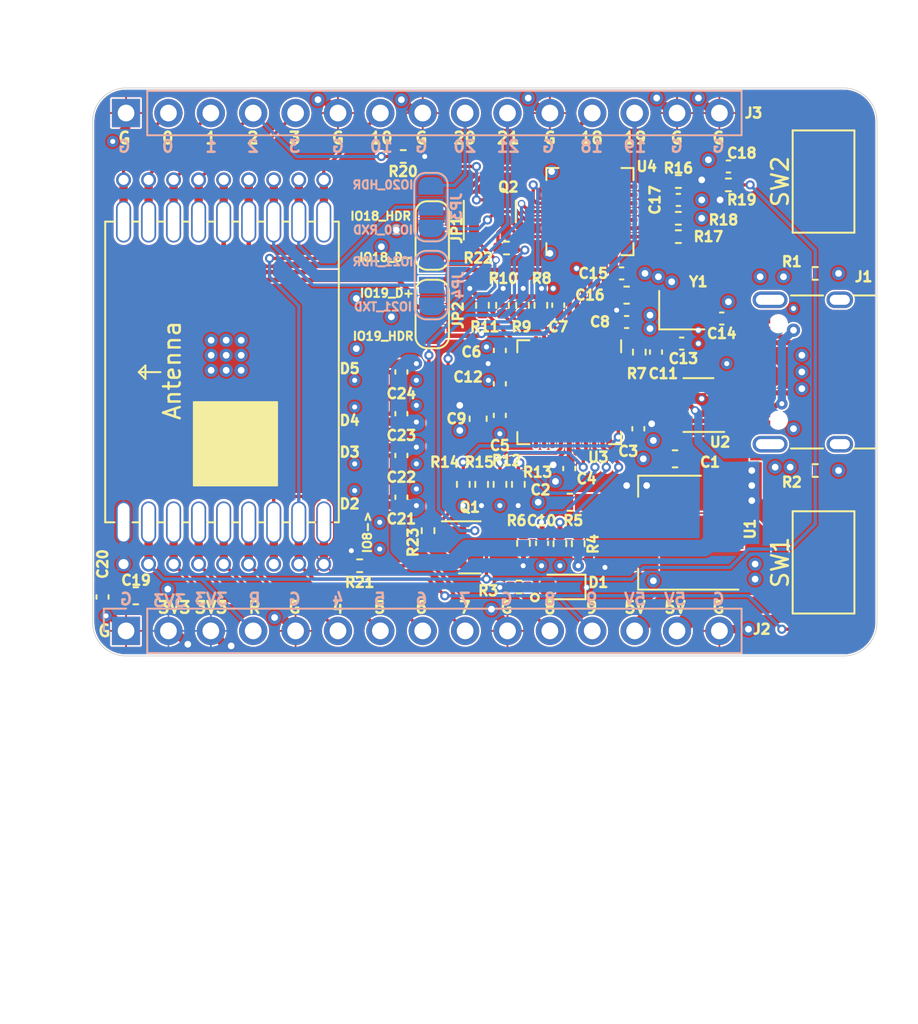
<source format=kicad_pcb>
(kicad_pcb (version 20211014) (generator pcbnew)
  (title_block (title "ESP32-C3 devboard") (date "2022-11-20") (rev "1.0") (company "Copyright: Tomislav Milkovic"))
  (layers (0 "F.Cu" signal) (1 "In1.Cu" power) (2 "In2.Cu" power) (31 "B.Cu" signal) (34 "B.Paste" user) (35 "F.Paste" user) (36 "B.SilkS" user "B.Silkscreen") (37 "F.SilkS" user "F.Silkscreen") (38 "B.Mask" user) (39 "F.Mask" user) (44 "Edge.Cuts" user))
  (net 0 "")
  (net 1 "+3.3V")
  (net 2 "GND")
  (net 3 "+5V")
  (net 4 "/USB hub/XTALIN")
  (net 5 "/USB hub/XTALOUT")
  (net 6 "/USB connector and power supply/PWR_LED_A")
  (net 7 "/ESP32-C3 module/GPIO10")
  (net 8 "/ESP32-C3 module/GPIO1")
  (net 9 "/ESP32-C3 module/GPIO0")
  (net 10 "/ESP32-C3 module/GPIO3")
  (net 11 "/ESP32-C3 module/GPIO2")
  (net 14 "/ESP32-C3 module/GPIO4")
  (net 15 "/ESP32-C3 module/GPIO5")
  (net 16 "/ESP32-C3 module/GPIO6")
  (net 17 "/ESP32-C3 module/GPIO7")
  (net 18 "/ESP32-C3 module/GPIO8")
  (net 19 "Net-(R7-Pad1)")
  (net 20 "Net-(R8-Pad1)")
  (net 21 "/USB hub/CFG_SEL1")
  (net 22 "/USB hub/CFG_SEL0")
  (net 23 "/USB hub/NON_REM1")
  (net 24 "/USB hub/NON_REM0")
  (net 25 "/USB hub/DOWNSTREAM_USB1_D+")
  (net 26 "/USB hub/DOWNSTREAM_USB1_D-")
  (net 27 "/ESP32-C3 module/~{RST}")
  (net 28 "/ESP32-C3 module/GPIO9")
  (net 29 "/ESP32-C3 module/ESP32_UART_TXD")
  (net 30 "/ESP32-C3 module/ESP32_UART_RXD")
  (net 31 "/USB connector and power supply/CONN_USB_D-")
  (net 32 "/USB connector and power supply/CONN_USB_D+")
  (net 33 "/ESP32-C3 module/ESP32_UART_RTS")
  (net 34 "/ESP32-C3 module/ESP32_UART_DTR")
  (net 35 "/USB-UART bridge/VBUS")
  (net 36 "/USB-UART bridge/RSTb")
  (net 37 "Net-(C10-Pad1)")
  (net 38 "Net-(C11-Pad1)")
  (net 39 "Net-(C12-Pad1)")
  (net 40 "Net-(D2-Pad2)")
  (net 41 "Net-(D3-Pad2)")
  (net 42 "Net-(D4-Pad2)")
  (net 43 "Net-(J1-PadA5)")
  (net 44 "Net-(J1-PadB5)")
  (net 46 "Net-(R4-Pad1)")
  (net 47 "Net-(R9-Pad1)")
  (net 48 "Net-(R10-Pad1)")
  (net 49 "Net-(R11-Pad1)")
  (net 50 "/ESP32-C3 module/GPIO19")
  (net 51 "/ESP32-C3 module/GPIO18")
  (net 52 "/ESP32-C3 module/GPIO19_HEADER")
  (net 53 "/ESP32-C3 module/GPIO18_HEADER")
  (net 54 "/ESP32-C3 module/GPIO21_HEADER")
  (net 55 "/ESP32-C3 module/GPIO20_HEADER")
  (net 56 "/ESP32-C3 module/GPIO20")
  (net 57 "/ESP32-C3 module/GPIO21")
  (net 59 "/ESP32-C3 module/ESP32_USB_D-")
  (net 60 "/ESP32-C3 module/ESP32_USB_D+")
  (net 86 "Net-(Q1-Pad1)")
  (net 87 "Net-(Q2-Pad1)")
  (footprint "Capacitor_SMD:C_0402_1005Metric" (layer "F.Cu") (at 115.29 111.67 -90)
    (fp_text reference "C20")
    (fp_text value "100n")
  )
  (footprint "Capacitor_SMD:C_0402_1005Metric" (layer "F.Cu") (at 152.8 85.9 180)
    (fp_text reference "C18")
    (fp_text value "1uF")
  )
  (footprint "Resistor_SMD:R_0402_1005Metric" (layer "F.Cu") (at 133.31 85.3 180)
    (fp_text reference "R20")
    (fp_text value "10K")
  )
  (footprint "Resistor_SMD:R_0402_1005Metric" (layer "F.Cu") (at 152.8 87)
    (fp_text reference "R19")
    (fp_text value "10K")
  )
  (footprint "Button_Switch_SMD:SW_SPST_CK_RS282G05A3" (layer "F.Cu") (at 158.5 109.6 -90)
    (fp_text reference "SW1")
    (fp_text value "BOOT")
  )
  (footprint "Button_Switch_SMD:SW_SPST_CK_RS282G05A3" (layer "F.Cu") (at 158.5 86.8 90)
    (fp_text reference "SW2")
    (fp_text value "RST")
  )
  (footprint "Package_TO_SOT_SMD:SOT-23-6" (layer "F.Cu") (at 151 100.18 180)
    (fp_text reference "U2")
    (fp_text value "SRV05-4")
  )
  (footprint "Resistor_SMD:R_0402_1005Metric" (layer "F.Cu") (at 139.5 90.78 180)
    (fp_text reference "R22")
    (fp_text value "10K")
  )
  (footprint "Resistor_SMD:R_0402_1005Metric" (layer "F.Cu") (at 134.8 107.7 -90)
    (fp_text reference "R23")
    (fp_text value "10K")
  )
  (footprint "LED_custom:LED_SK6805_E14_1.4x1.4mm_P0.4mm" (layer "F.Cu") (at 131.7 105.7 180)
    (fp_text reference "D2")
    (fp_text value "SK6805")
  )
  (footprint "Resistor_SMD:R_0402_1005Metric" (layer "F.Cu") (at 158 92.3)
    (fp_text reference "R1")
    (fp_text value "5K1")
  )
  (footprint "Resistor_SMD:R_0402_1005Metric" (layer "F.Cu") (at 158 104.1)
    (fp_text reference "R2")
    (fp_text value "5K1")
  )
  (footprint "Capacitor_SMD:C_0402_1005Metric" (layer "F.Cu") (at 146.4 92.3)
    (fp_text reference "C15")
    (fp_text value "100n")
  )
  (footprint "Capacitor_SMD:C_0603_1608Metric" (layer "F.Cu") (at 146.7 93.6)
    (fp_text reference "C16")
    (fp_text value "10u")
  )
  (footprint "Capacitor_SMD:C_0402_1005Metric" (layer "F.Cu") (at 149.8 87.9)
    (fp_text reference "C17")
    (fp_text value "1uF")
  )
  (footprint "Resistor_SMD:R_0402_1005Metric" (layer "F.Cu") (at 149.8 86.8 180)
    (fp_text reference "R16")
    (fp_text value "1K")
  )
  (footprint "Resistor_SMD:R_0402_1005Metric" (layer "F.Cu") (at 149.8 90.1)
    (fp_text reference "R17")
    (fp_text value "24K")
  )
  (footprint "Resistor_SMD:R_0402_1005Metric" (layer "F.Cu") (at 149.8 89)
    (fp_text reference "R18")
    (fp_text value "47K")
  )
  (footprint "Capacitor_SMD:C_0402_1005Metric" (layer "F.Cu") (at 133.2 105.7 90)
    (fp_text reference "C21")
    (fp_text value "100n")
  )
  (footprint "Package_TO_SOT_SMD:SOT-223-3_TabPin2" (layer "F.Cu") (at 149.3 107.82 180)
    (fp_text reference "U1")
    (fp_text value "AMS1117-3.3")
  )
  (footprint "Capacitor_SMD:C_0603_1608Metric" (layer "F.Cu") (at 149.6 103.4 180)
    (fp_text reference "C1")
    (fp_text value "10u")
  )
  (footprint "Capacitor_SMD:C_0603_1608Metric" (layer "F.Cu") (at 143.3 106 180)
    (fp_text reference "C2")
    (fp_text value "10u")
  )
  (footprint "Resistor_SMD:R_0402_1005Metric" (layer "F.Cu") (at 138.06 94.21 90)
    (fp_text reference "R11")
    (fp_text value "10K")
  )
  (footprint "Capacitor_SMD:C_0402_1005Metric" (layer "F.Cu") (at 141.63 108.46 -90)
    (fp_text reference "C10")
    (fp_text value "220n")
  )
  (footprint "Capacitor_SMD:C_0402_1005Metric" (layer "F.Cu") (at 139.1 98.91 90)
    (fp_text reference "C12")
    (fp_text value "100n")
  )
  (footprint "Capacitor_SMD:C_0402_1005Metric" (layer "F.Cu") (at 143.26 103.98 -90)
    (fp_text reference "C4")
    (fp_text value "100n")
  )
  (footprint "Capacitor_SMD:C_0402_1005Metric" (layer "F.Cu") (at 139.1 100.8 -90)
    (fp_text reference "C5")
    (fp_text value "100n")
  )
  (footprint "Capacitor_SMD:C_0402_1005Metric" (layer "F.Cu") (at 139.1 96.91 90)
    (fp_text reference "C6")
    (fp_text value "100n")
  )
  (footprint "Capacitor_SMD:C_0402_1005Metric" (layer "F.Cu") (at 142.6 94.2 90)
    (fp_text reference "C7")
    (fp_text value "100n")
  )
  (footprint "Capacitor_SMD:C_0402_1005Metric" (layer "F.Cu") (at 146.7 95.21)
    (fp_text reference "C8")
    (fp_text value "100n")
  )
  (footprint "Capacitor_SMD:C_0603_1608Metric" (layer "F.Cu") (at 137.8 101 -90)
    (fp_text reference "C9")
    (fp_text value "10u")
  )
  (footprint "Capacitor_SMD:C_0402_1005Metric" (layer "F.Cu") (at 150 96.5 180)
    (fp_text reference "C13")
    (fp_text value "6p8")
  )
  (footprint "Capacitor_SMD:C_0402_1005Metric" (layer "F.Cu") (at 152.4 95 180)
    (fp_text reference "C14")
    (fp_text value "6p8")
  )
  (footprint "Resistor_SMD:R_0402_1005Metric" (layer "F.Cu") (at 140.52 108.46 90)
    (fp_text reference "R6")
    (fp_text value "100K")
  )
  (footprint "Resistor_SMD:R_0402_1005Metric" (layer "F.Cu") (at 147.46 97.01 90)
    (fp_text reference "R7")
    (fp_text value "12K,1%")
  )
  (footprint "Resistor_SMD:R_0402_1005Metric" (layer "F.Cu") (at 143.8 108.48 -90)
    (fp_text reference "R4")
    (fp_text value "100K")
  )
  (footprint "Resistor_SMD:R_0402_1005Metric" (layer "F.Cu") (at 142.7 108.48 -90)
    (fp_text reference "R5")
    (fp_text value "100K")
  )
  (footprint "Resistor_SMD:R_0402_1005Metric" (layer "F.Cu") (at 141.56 94.21 90)
    (fp_text reference "R8")
    (fp_text value "10K")
  )
  (footprint "Resistor_SMD:R_0402_1005Metric" (layer "F.Cu") (at 139.26 94.21 90)
    (fp_text reference "R10")
    (fp_text value "10K")
  )
  (footprint "Resistor_SMD:R_0402_1005Metric" (layer "F.Cu") (at 140.46 94.21 90)
    (fp_text reference "R9")
    (fp_text value "10K")
  )
  (footprint "Resistor_SMD:R_0402_1005Metric" (layer "F.Cu") (at 140.21 104.93 90)
    (fp_text reference "R13")
    (fp_text value "100K")
  )
  (footprint "Resistor_SMD:R_0402_1005Metric" (layer "F.Cu") (at 139.11 104.93 90)
    (fp_text reference "R12")
    (fp_text value "100K")
  )
  (footprint "Resistor_SMD:R_0402_1005Metric" (layer "F.Cu") (at 136.91 104.93 90)
    (fp_text reference "R14")
    (fp_text value "100K")
  )
  (footprint "Package_DFN_QFN:QFN-36-1EP_6x6mm_P0.5mm_EP3.7x3.7mm" (layer "F.Cu") (at 143.26 99.41 -90)
    (fp_text reference "U3")
    (fp_text value "USB2514B_Bi")
  )
  (footprint "Crystal:Crystal_SMD_2016-4Pin_2.0x1.6mm" (layer "F.Cu") (at 150 94.5)
    (fp_text reference "Y1")
    (fp_text value "24MHz")
  )
  (footprint "Capacitor_SMD:C_0402_1005Metric" (layer "F.Cu") (at 148.46 97.01 90)
    (fp_text reference "C11")
    (fp_text value "100n")
  )
  (footprint "Connector_USB:USB_C_Receptacle_XKB_U262-16XN-4BVC11" (layer "F.Cu") (at 158.4 98.2 90)
    (fp_text reference "J1")
    (fp_text value "USB_C_Receptacle_USB2.0")
  )
  (footprint "Capacitor_SMD:C_0402_1005Metric" (layer "F.Cu") (at 133.2 103.2 -90)
    (fp_text reference "C22")
    (fp_text value "100n")
  )
  (footprint "Capacitor_SMD:C_0402_1005Metric" (layer "F.Cu") (at 133.2 100.7 90)
    (fp_text reference "C23")
    (fp_text value "100n")
  )
  (footprint "Capacitor_SMD:C_0402_1005Metric" (layer "F.Cu") (at 133.2 98.2 -90)
    (fp_text reference "C24")
    (fp_text value "100n")
  )
  (footprint "LED_custom:LED_SK6805_E14_1.4x1.4mm_P0.4mm" (layer "F.Cu") (at 131.7 103.2 -90)
    (fp_text reference "D3")
    (fp_text value "SK6805")
  )
  (footprint "LED_custom:LED_SK6805_E14_1.4x1.4mm_P0.4mm" (layer "F.Cu") (at 131.7 100.7 180)
    (fp_text reference "D4")
    (fp_text value "SK6805")
  )
  (footprint "LED_custom:LED_SK6805_E14_1.4x1.4mm_P0.4mm" (layer "F.Cu") (at 131.7 98.2 -90)
    (fp_text reference "D5")
    (fp_text value "SK6805")
  )
  (footprint "Jumper:SolderJumper-3_P1.3mm_Open_RoundedPad1.0x1.5mm" (layer "F.Cu") (at 135.05 90.03 90)
    (fp_text reference "JP1")
    (fp_text value "GPIO18_SB")
  )
  (footprint "Jumper:SolderJumper-3_P1.3mm_Open_RoundedPad1.0x1.5mm" (layer "F.Cu") (at 135.05 94.73 -90)
    (fp_text reference "JP2")
    (fp_text value "GPIO19_SB")
  )
  (footprint "Capacitor_SMD:C_0603_1608Metric" (layer "F.Cu") (at 117.285 111.6)
    (fp_text reference "C19")
    (fp_text value "10u")
  )
  (footprint "Resistor_SMD:R_0402_1005Metric" (layer "F.Cu") (at 140.25 111.07)
    (fp_text reference "R3")
    (fp_text value "1K")
  )
  (footprint "LED_SMD:LED_0603_1608Metric" (layer "F.Cu") (at 142.75 111.07 180)
    (fp_text reference "D1")
    (fp_text value "PWR_LED")
  )
  (footprint "Resistor_SMD:R_0402_1005Metric" (layer "F.Cu") (at 130.7 109.8)
    (fp_text reference "R21")
    (fp_text value "10K")
  )
  (footprint "Fiducial:Fiducial_0.5mm_Mask1mm" (layer "F.Cu") (at 160.4 82.4)
    (fp_text reference "FID1" hide)
    (fp_text value "Fiducial")
  )
  (footprint "Fiducial:Fiducial_0.5mm_Mask1mm" (layer "F.Cu") (at 116.4 98.2)
    (fp_text reference "FID3" hide)
    (fp_text value "Fiducial")
  )
  (footprint "Fiducial:Fiducial_0.5mm_Mask1mm" (layer "F.Cu") (at 160.4 114)
    (fp_text reference "FID2" hide)
    (fp_text value "Fiducial")
  )
  (footprint "Capacitor_SMD:C_0402_1005Metric" (layer "F.Cu") (at 147.4 101.6 -90)
    (fp_text reference "C3")
    (fp_text value "100n")
  )
  (footprint "Resistor_SMD:R_0402_1005Metric" (layer "F.Cu") (at 138.01 104.93 90)
    (fp_text reference "R15")
    (fp_text value "100K")
  )
  (footprint "Espressif_custom:ESP32-C3-WROOM-02-SOCKET" (layer "F.Cu") (at 120.7 98.2 90)
    (fp_text reference "U5" hide)
    (fp_text value "ESP32-C3-WROOM-02-SOCKET")
  )
  (footprint "Package_TO_SOT_SMD:SOT-23" (layer "F.Cu") (at 138.5 88.6 90)
    (fp_text reference "Q2")
    (fp_text value "S8050")
  )
  (footprint "Package_DFN_QFN:QFN-28-1EP_5x5mm_P0.5mm_EP3.35x3.35mm" (layer "F.Cu") (at 144.5 88.6 90)
    (fp_text reference "U4")
    (fp_text value "CP2102N-A01-GQFN28")
  )
  (footprint "Package_TO_SOT_SMD:SOT-23" (layer "F.Cu") (at 137.3 108.7)
    (fp_text reference "Q1")
    (fp_text value "S8050")
  )
  (footprint "Connector_PinHeader_2.54mm:PinHeader_1x15_P2.54mm_Vertical" (layer "B.Cu") (at 116.7 82.7 -90)
    (fp_text reference "J3")
    (fp_text value "Conn_01x15_Male")
  )
  (footprint "Jumper:SolderJumper-3_P1.3mm_Open_RoundedPad1.0x1.5mm" (layer "B.Cu") (at 135 93 90)
    (fp_text reference "JP4")
    (fp_text value "GPIO21_SB")
  )
  (footprint "Jumper:SolderJumper-3_P1.3mm_Open_RoundedPad1.0x1.5mm" (layer "B.Cu") (at 134.97 88.33 90)
    (fp_text reference "JP3")
    (fp_text value "GPIO20_SB")
  )
  (footprint "Connector_PinHeader_2.54mm:PinHeader_1x15_P2.54mm_Vertical" (layer "B.Cu") (at 116.7 113.7 -90)
    (fp_text reference "J2")
    (fp_text value "Conn_01x15_Male")
  )
  (gr_circle (center 141.2 111.7) (end 141.423607 111.7) (layer "F.SilkS") (width 0.15) (fill none))
  (gr_poly (pts (xy 125.7554 105) (xy 120.7554 105) (xy 120.7554 100) (xy 125.7554 100)) (layer "F.SilkS") (width 0.1) (fill solid))
  (gr_line (start 114.7 113.2) (end 114.7 83.2) (layer "Edge.Cuts") (width 0.05))
  (gr_arc (start 114.7 83.2) (mid 115.285786 81.785786) (end 116.7 81.2) (layer "Edge.Cuts") (width 0.05))
  (gr_arc (start 116.7 115.2) (mid 115.285786 114.614214) (end 114.7 113.2) (layer "Edge.Cuts") (width 0.05))
  (gr_line (start 116.7 81.2) (end 159.7 81.2) (layer "Edge.Cuts") (width 0.05))
  (gr_line (start 161.7 113.2) (end 161.7 83.2) (layer "Edge.Cuts") (width 0.05))
  (gr_line (start 116.7 115.2) (end 159.7 115.2) (layer "Edge.Cuts") (width 0.05))
  (gr_arc (start 159.7 81.2) (mid 161.114214 81.785786) (end 161.7 83.2) (layer "Edge.Cuts") (width 0.05))
  (gr_arc (start 161.7 113.2) (mid 161.114214 114.614214) (end 159.7 115.2) (layer "Edge.Cuts") (width 0.05))
  (gr_text "IO20_HDR" (at 132.1 87) (layer "B.SilkS") (effects (font (size 0.5 0.5) (thickness 0.125)) (justify mirror)))
  (gr_text "IO20_RXD" (at 132.1 89.7) (layer "B.SilkS") (effects (font (size 0.5 0.5) (thickness 0.125)) (justify mirror)))
  (gr_text "IO21_TXD" (at 132.1 94.3) (layer "B.SilkS") (effects (font (size 0.5 0.5) (thickness 0.125)) (justify mirror)))
  (gr_text "IO21_HDR" (at 132.1 91.6) (layer "B.SilkS") (effects (font (size 0.5 0.5) (thickness 0.125)) (justify mirror)))
  (gr_text "G" (at 116.6 84.7) (layer "B.SilkS") (effects (font (size 0.7 0.7)) (justify mirror)))
  (gr_text "0" (at 119.2 84.7) (layer "B.SilkS") (effects (font (size 0.7 0.7)) (justify mirror)))
  (gr_text "1" (at 121.8 84.7) (layer "B.SilkS") (effects (font (size 0.7 0.7)) (justify mirror)))
  (gr_text "2" (at 124.3 84.7) (layer "B.SilkS") (effects (font (size 0.7 0.7)) (justify mirror)))
  (gr_text "3" (at 126.8 84.7) (layer "B.SilkS") (effects (font (size 0.7 0.7)) (justify mirror)))
  (gr_text "G" (at 129.4 84.7) (layer "B.SilkS") (effects (font (size 0.7 0.7)) (justify mirror)))
  (gr_text "10" (at 132 84.7) (layer "B.SilkS") (effects (font (size 0.7 0.7)) (justify mirror)))
  (gr_text "G" (at 134.4 84.7) (layer "B.SilkS") (effects (font (size 0.7 0.7)) (justify mirror)))
  (gr_text "20" (at 137 84.7) (layer "B.SilkS") (effects (font (size 0.7 0.7)) (justify mirror)))
  (gr_text "21" (at 139.6 84.7) (layer "B.SilkS") (effects (font (size 0.7 0.7)) (justify mirror)))
  (gr_text "G" (at 142 84.7) (layer "B.SilkS") (effects (font (size 0.7 0.7)) (justify mirror)))
  (gr_text "18" (at 144.6 84.7) (layer "B.SilkS") (effects (font (size 0.7 0.7)) (justify mirror)))
  (gr_text "19" (at 147.2 84.7) (layer "B.SilkS") (effects (font (size 0.7 0.7)) (justify mirror)))
  (gr_text "G" (at 149.7 84.7) (layer "B.SilkS") (effects (font (size 0.7 0.7)) (justify mirror)))
  (gr_text "G" (at 152.2 84.7) (layer "B.SilkS") (effects (font (size 0.7 0.7)) (justify mirror)))
  (gr_text "G" (at 152.2 111.8) (layer "B.SilkS") (effects (font (size 0.7 0.7)) (justify mirror)))
  (gr_text "5V" (at 149.6 111.8) (layer "B.SilkS") (effects (font (size 0.7 0.7)) (justify mirror)))
  (gr_text "5V" (at 147.2 111.8) (layer "B.SilkS") (effects (font (size 0.7 0.7)) (justify mirror)))
  (gr_text "9" (at 144.6 111.8) (layer "B.SilkS") (effects (font (size 0.7 0.7)) (justify mirror)))
  (gr_text "8" (at 142.1 111.8) (layer "B.SilkS") (effects (font (size 0.7 0.7)) (justify mirror)))
  (gr_text "G" (at 139.5 111.8) (layer "B.SilkS") (effects (font (size 0.7 0.7)) (justify mirror)))
  (gr_text "7" (at 137 111.8) (layer "B.SilkS") (effects (font (size 0.7 0.7)) (justify mirror)))
  (gr_text "6" (at 134.4 111.8) (layer "B.SilkS") (effects (font (size 0.7 0.7)) (justify mirror)))
  (gr_text "5" (at 131.9 111.8) (layer "B.SilkS") (effects (font (size 0.7 0.7)) (justify mirror)))
  (gr_text "4" (at 129.4 111.8) (layer "B.SilkS") (effects (font (size 0.7 0.7)) (justify mirror)))
  (gr_text "G" (at 126.8 111.8) (layer "B.SilkS") (effects (font (size 0.7 0.7)) (justify mirror)))
  (gr_text "R" (at 124.4 111.8) (layer "B.SilkS") (effects (font (size 0.7 0.7)) (justify mirror)))
  (gr_text "3V3" (at 121.8 111.8) (layer "B.SilkS") (effects (font (size 0.7 0.7)) (justify mirror)))
  (gr_text "3V3" (at 119.3 111.9) (layer "B.SilkS") (effects (font (size 0.7 0.7)) (justify mirror)))
  (gr_text "G" (at 116.7 111.8) (layer "B.SilkS") (effects (font (size 0.7 0.7)) (justify mirror)))
  (gr_text "IO19_D+" (at 132.33 93.48) (layer "F.SilkS") (effects (font (size 0.5 0.5) (thickness 0.125))))
  (gr_text "IO18_D-" (at 132.29 91.34) (layer "F.SilkS") (effects (font (size 0.5 0.5) (thickness 0.125))))
  (gr_text "IO18_HDR" (at 131.96 88.87) (layer "F.SilkS") (effects (font (size 0.5 0.5) (thickness 0.125))))
  (gr_text "G" (at 129.4 84.2) (layer "F.SilkS") (effects (font (size 0.7 0.7))))
  (gr_text "G" (at 134.4 84.2) (layer "F.SilkS") (effects (font (size 0.7 0.7))))
  (gr_text "G" (at 142.1 84.2) (layer "F.SilkS") (effects (font (size 0.7 0.7))))
  (gr_text "G" (at 149.7 84.2) (layer "F.SilkS") (effects (font (size 0.7 0.7))))
  (gr_text "G" (at 152.2 84.2) (layer "F.SilkS") (effects (font (size 0.7 0.7))))
  (gr_text "19" (at 147.2 84.2) (layer "F.SilkS") (effects (font (size 0.7 0.7))))
  (gr_text "18" (at 144.6 84.2) (layer "F.SilkS") (effects (font (size 0.7 0.7))))
  (gr_text "21" (at 139.6 84.2) (layer "F.SilkS") (effects (font (size 0.7 0.7))))
  (gr_text "20" (at 137 84.2) (layer "F.SilkS") (effects (font (size 0.7 0.7))))
  (gr_text "10" (at 132 84.2) (layer "F.SilkS") (effects (font (size 0.7 0.7))))
  (gr_text "3" (at 126.8 84.2) (layer "F.SilkS") (effects (font (size 0.7 0.7))))
  (gr_text "2" (at 124.3 84.2) (layer "F.SilkS") (effects (font (size 0.7 0.7))))
  (gr_text "1" (at 121.8 84.2) (layer "F.SilkS") (effects (font (size 0.7 0.7))))
  (gr_text "0" (at 119.2 84.2) (layer "F.SilkS") (effects (font (size 0.7 0.7))))
  (gr_text "G" (at 115.4 113.7) (layer "F.SilkS") (effects (font (size 0.7 0.7))))
  (gr_text "3V3" (at 119.6 112.3) (layer "F.SilkS") (effects (font (size 0.7 0.7))))
  (gr_text "3V3" (at 121.8 112.3) (layer "F.SilkS") (effects (font (size 0.7 0.7))))
  (gr_text "R" (at 124.4 112.3) (layer "F.SilkS") (effects (font (size 0.7 0.7))))
  (gr_text "G" (at 126.8 112.3) (layer "F.SilkS") (effects (font (size 0.7 0.7))))
  (gr_text "4" (at 129.4 112.3) (layer "F.SilkS") (effects (font (size 0.7 0.7))))
  (gr_text "5" (at 131.9 112.3) (layer "F.SilkS") (effects (font (size 0.7 0.7))))
  (gr_text "6" (at 134.4 112.3) (layer "F.SilkS") (effects (font (size 0.7 0.7))))
  (gr_text "7" (at 137 112.3) (layer "F.SilkS") (effects (font (size 0.7 0.7))))
  (gr_text "G" (at 139.5 112.3) (layer "F.SilkS") (effects (font (size 0.7 0.7))))
  (gr_text "8" (at 142.1 112.33) (layer "F.SilkS") (effects (font (size 0.7 0.7))))
  (gr_text "9" (at 144.6 112.3) (layer "F.SilkS") (effects (font (size 0.7 0.7))))
  (gr_text "5V" (at 147.2 112.3) (layer "F.SilkS") (effects (font (size 0.7 0.7))))
  (gr_text "5V" (at 149.6 112.3) (layer "F.SilkS") (effects (font (size 0.7 0.7))))
  (gr_text "G" (at 152.2 112.3) (layer "F.SilkS") (effects (font (size 0.7 0.7))))
  (gr_text "IO8->" (at 131.16 107.8 90) (layer "F.SilkS") (effects (font (size 0.5 0.5) (thickness 0.125))))
  (gr_text "IO19_HDR" (at 132.11 96.06) (layer "F.SilkS") (effects (font (size 0.5 0.5) (thickness 0.125))))
  (gr_text "G" (at 116.6 84.2) (layer "F.SilkS") (effects (font (size 0.7 0.7))))
  (segment (start 152.3 87.9) (end 152.3 87.01) (width 0.2) (layer "F.Cu") (net 1))
  (segment (start 138.06 93.7) (end 137.8 93.7) (width 0.3) (layer "F.Cu") (net 1))
  (segment (start 120.4 114.5) (end 119.6 113.7) (width 0.5) (layer "F.Cu") (net 1))
  (segment (start 145.92 92.2) (end 145.92 91.39499) (width 0.5) (layer "F.Cu") (net 1))
  (segment (start 145.925 93.6) (end 145.925 94.325) (width 0.5) (layer "F.Cu") (net 1))
  (segment (start 145.92 92.2) (end 145.92 91.13) (width 0.5) (layer "F.Cu") (net 1))
  (segment (start 139.005 100.225) (end 139.1 100.32) (width 0.5) (layer "F.Cu") (net 1))
  (segment (start 140.3025 97.39) (end 140.3225 97.41) (width 0.3) (layer "F.Cu") (net 1))
  (segment (start 138.01 106.19) (end 138 106.2) (width 0.3) (layer "F.Cu") (net 1))
  (segment (start 146.22 95.21) (end 146.22 97.3875) (width 0.3) (layer "F.Cu") (net 1))
  (segment (start 150.31 86.8) (end 151.1 86.8) (width 0.2) (layer "F.Cu") (net 1))
  (segment (start 151.1 86.8) (end 151.2 86.7) (width 0.2) (layer "F.Cu") (net 1))
  (segment (start 133.82 85.3) (end 134.6 85.3) (width 0.2) (layer "F.Cu") (net 1))
  (segment (start 139.1 97.39) (end 138.71 97.39) (width 0.3) (layer "F.Cu") (net 1))
  (segment (start 145.925 92.205) (end 145.92 92.2) (width 0.5) (layer "F.Cu") (net 1))
  (segment (start 140.21 105.44) (end 140.21 106.19) (width 0.3) (layer "F.Cu") (net 1))
  (segment (start 137.8 100.225) (end 136.725 100.225) (width 0.5) (layer "F.Cu") (net 1))
  (segment (start 122.68 114.6) (end 123 114.6) (width 0.5) (layer "F.Cu") (net 1))
  (segment (start 143.26 96.4725) (end 143.26 95.752126) (width 0.3) (layer "F.Cu") (net 1))
  (segment (start 146.7 105) (end 146.7 107.27) (width 0.3) (layer "F.Cu") (net 1))
  (segment (start 143.26 103.5) (end 143.26 102.3475) (width 0.3) (layer "F.Cu") (net 1))
  (segment (start 140.52 109.78) (end 140.5 109.8) (width 0.3) (layer "F.Cu") (net 1))
  (segment (start 121.78 113.7) (end 122.68 114.6) (width 0.5) (layer "F.Cu") (net 1))
  (segment (start 147.9 105) (end 147.9 106.07) (width 0.3) (layer "F.Cu") (net 1))
  (segment (start 119.6 113.7) (end 119.24 113.7) (width 0.5) (layer "F.Cu") (net 1))
  (segment (start 139.416622 100.32) (end 139.826622 99.91) (width 0.3) (layer "F.Cu") (net 1))
  (segment (start 140.46 93.7) (end 139.26 93.7) (width 0.3) (layer "F.Cu") (net 1))
  (segment (start 137.8 100.225) (end 139.005 100.225) (width 0.5) (layer "F.Cu") (net 1))
  (segment (start 130.19 108.91) (end 130.2 108.9) (width 0.2) (layer "F.Cu") (net 1))
  (segment (start 148.22 101.12) (end 148.3 101.2) (width 0.3) (layer "F.Cu") (net 1))
  (segment (start 146.22 95.21) (end 146.22 94.62) (width 0.3) (layer "F.Cu") (net 1))
  (segment (start 147.4 101.12) (end 148.22 101.12) (width 0.3) (layer "F.Cu") (net 1))
  (segment (start 141.56 93.7) (end 141.56 93.24) (width 0.3) (layer "F.Cu") (net 1))
  (segment (start 145.925 93.5) (end 145.925 92.205) (width 0.5) (layer "F.Cu") (net 1))
  (segment (start 130.19 109.8) (end 130.19 108.91) (width 0.2) (layer "F.Cu") (net 1))
  (segment (start 140.52 108.97) (end 140.52 109.78) (width 0.3) (layer "F.Cu") (net 1))
  (segment (start 141.56 93.24) (end 141.6 93.2) (width 0.3) (layer "F.Cu") (net 1))
  (segment (start 146.22 94.62) (end 146.1 94.5) (width 0.3) (layer "F.Cu") (net 1))
  (segment (start 138.71 97.39) (end 138.4 97.7) (width 0.3) (layer "F.Cu") (net 1))
  (segment (start 139.26 93.24) (end 139.3 93.2) (width 0.3) (layer "F.Cu") (net 1))
  (segment (start 145.925 94.325) (end 146.1 94.5) (width 0.5) (layer "F.Cu") (net 1))
  (segment (start 147.9 106.07) (end 146.15 107.82) (width 0.3) (layer "F.Cu") (net 1))
  (segment (start 139.1 100.32) (end 139.416622 100.32) (width 0.3) (layer "F.Cu") (net 1))
  (segment (start 142.6 95.092126) (end 142.6 94.68) (width 0.3) (layer "F.Cu") (net 1))
  (segment (start 140.46 93.24) (end 140.5 93.2) (width 0.3) (layer "F.Cu") (net 1))
  (segment (start 139.1 111.1) (end 139.71 111.1) (width 0.3) (layer "F.Cu") (net 1))
  (segment (start 152.3 87.01) (end 152.29 87) (width 0.2) (layer "F.Cu") (net 1))
  (segment (start 145.92 91.13) (end 146 91.05) (width 0.5) (layer "F.Cu") (net 1))
  (segment (start 136.725 100.225) (end 136.7 100.2) (width 0.5) (layer "F.Cu") (net 1))
  (segment (start 142.99998 103.76002) (end 142.3 103.76002) (width 0.3) (layer "F.Cu") (net 1))
  (segment (start 146.1975 100.91) (end 147.19 100.91) (width 0.3) (layer "F.Cu") (net 1))
  (segment (start 138.01 105.44) (end 138.01 106.19) (width 0.3) (layer "F.Cu") (net 1))
  (segment (start 139.71 111.1) (end 139.74 111.07) (width 0.3) (layer "F.Cu") (net 1))
  (segment (start 139.1 97.39) (end 140.3025 97.39) (width 0.3) (layer "F.Cu") (net 1))
  (segment (start 139.26 93.7) (end 138.06 93.7) (width 0.3) (layer "F.Cu") (net 1))
  (segment (start 143.26 103.5) (end 142.99998 103.76002) (width 0.3) (layer "F.Cu") (net 1))
  (segment (start 141.56 93.7) (end 140.46 93.7) (width 0.3) (layer "F.Cu") (net 1))
  (segment (start 146.22 97.3875) (end 146.1975 97.41) (width 0.3) (layer "F.Cu") (net 1))
  (segment (start 141.56 93.7) (end 142.54 94.68) (width 0.3) (layer "F.Cu") (net 1))
  (segment (start 139.26 93.7) (end 139.26 93.24) (width 0.3) (layer "F.Cu") (net 1))
  (segment (start 140.21 106.19) (end 140.2 106.2) (width 0.3) (layer "F.Cu") (net 1))
  (segment (start 137.8 93.7) (end 137.3 93.2) (width 0.3) (layer "F.Cu") (net 1))
  (segment (start 143.26 95.752126) (end 142.6 95.092126) (width 0.3) (layer "F.Cu") (net 1))
  (segment (start 147.19 100.91) (end 147.4 101.12) (width 0.3) (layer "F.Cu") (net 1))
  (segment (start 140.46 93.7) (end 140.46 93.24) (width 0.3) (layer "F.Cu") (net 1))
  (segment (start 146.7 107.27) (end 146.15 107.82) (width 0.3) (layer "F.Cu") (net 1))
  (segment (start 145.92 91.39499) (end 145.57501 91.05) (width 0.5) (layer "F.Cu") (net 1))
  (segment (start 139.826622 99.91) (end 140.3225 99.91) (width 0.3) (layer "F.Cu") (net 1))
  (segment (start 142.54 94.68) (end 142.6 94.68) (width 0.3) (layer "F.Cu") (net 1))
  (via (at 140.2 106.2) (size 0.7) (drill 0.3) (layers "F.Cu" "B.Cu") (net 1))
  (via (at 138 106.2) (size 0.7) (drill 0.3) (layers "F.Cu" "B.Cu") (net 1))
  (via (at 137.3 93.2) (size 0.45) (drill 0.3) (layers "F.Cu" "B.Cu") (net 1))
  (via (at 140.5 109.8) (size 0.7) (drill 0.3) (layers "F.Cu" "B.Cu") (net 1))
  (via (at 120.4 114.5) (size 0.8) (drill 0.4) (layers "F.Cu" "B.Cu") (net 1))
  (via (at 123 114.6) (size 0.8) (drill 0.4) (layers "F.Cu" "B.Cu") (net 1))
  (via (at 130.2 108.9) (size 0.7) (drill 0.3) (layers "F.Cu" "B.Cu") (net 1))
  (via (at 134.6 85.3) (size 0.55) (drill 0.3) (layers "F.Cu" "B.Cu") (net 1))
  (via (at 151.2 86.7) (size 0.8) (drill 0.4) (layers "F.Cu" "B.Cu") (net 1))
  (via (at 152.3 87.9) (size 0.8) (drill 0.4) (layers "F.Cu" "B.Cu") (net 1))
  (via (at 136.7 100.2) (size 0.8) (drill 0.4) (layers "F.Cu" "B.Cu") (net 1))
  (via (at 146.7 105) (size 0.8) (drill 0.4) (layers "F.Cu" "B.Cu") (net 1))
  (via (at 147.9 105) (size 0.8) (drill 0.4) (layers "F.Cu" "B.Cu") (net 1))
  (via (at 146.1 94.5) (size 0.7) (drill 0.3) (layers "F.Cu" "B.Cu") (net 1))
  (via (at 148.2 101.3) (size 0.8) (drill 0.4) (layers "F.Cu" "B.Cu") (net 1))
  (via (at 145.4 109.9) (size 0.7) (drill 0.3) (layers "F.Cu" "B.Cu") (net 1))
  (via (at 139.1 111.1) (size 0.45) (drill 0.3) (layers "F.Cu" "B.Cu") (net 1))
  (via (at 140.5 93.2) (size 0.45) (drill 0.3) (layers "F.Cu" "B.Cu") (net 1))
  (via (at 139.3 93.2) (size 0.45) (drill 0.3) (layers "F.Cu" "B.Cu") (net 1))
  (via (at 138.4 97.7) (size 0.7) (drill 0.3) (layers "F.Cu" "B.Cu") (net 1))
  (via (at 141.6 93.2) (size 0.45) (drill 0.3) (layers "F.Cu" "B.Cu") (net 1))
  (via (at 142.3 103.76002) (size 0.8) (drill 0.4) (layers "F.Cu" "B.Cu") (net 1))
  (segment (start 116.55 107.2) (end 116.55 109.7) (width 0.5) (layer "B.Cu") (net 1))
  (segment (start 151 81.8) (end 151.9 82.7) (width 0.5) (layer "F.Cu") (net 2))
  (segment (start 133.2 81.9) (end 134 82.7) (width 0.5) (layer "F.Cu") (net 2))
  (segment (start 158.51 104.1) (end 159.4 104.1) (width 0.3) (layer "F.Cu") (net 2))
  (segment (start 143.5675 111.1) (end 143.5375 111.07) (width 0.3) (layer "F.Cu") (net 2))
  (segment (start 141.78499 97.93499) (end 143.26 99.41) (width 0.3) (layer "F.Cu") (net 2))
  (segment (start 136.91 105.44) (end 136.91 106.19) (width 0.3) (layer "F.Cu") (net 2))
  (segment (start 115.8 112.8) (end 116.7 113.7) (width 0.5) (layer "F.Cu") (net 2))
  (segment (start 143.7 92) (end 144 91.7) (width 0.3) (layer "F.Cu") (net 2))
  (segment (start 133.2 100.22) (end 134.08 100.22) (width 0.5) (layer "F.Cu") (net 2))
  (segment (start 139.62 97.91) (end 139.1 98.43) (width 0.3) (layer "F.Cu") (net 2))
  (segment (start 152.32 85.9) (end 152 85.9) (width 0.2) (layer "F.Cu") (net 2))
  (segment (start 134 82.7) (end 134.48 82.7) (width 0.5) (layer "F.Cu") (net 2))
  (segment (start 140.3225 97.9225) (end 140.33499 97.93499) (width 0.3) (layer "F.Cu") (net 2))
  (segment (start 133.2 105.22) (end 134.08 105.22) (width 0.5) (layer "F.Cu") (net 2))
  (segment (start 141.63 109.77) (end 141.6 109.8) (width 0.3) (layer "F.Cu") (net 2))
  (segment (start 139.1 98.43) (end 138.68578 98.43) (width 0.3) (layer "F.Cu") (net 2))
  (segment (start 151.58 100.18) (end 152.1 100.18) (width 0.3) (layer "F.Cu") (net 2))
  (segment (start 115.5 112.8) (end 115.8 112.8) (width 0.5) (layer "F.Cu") (net 2))
  (segment (start 154.73 94.85) (end 154.73 95.15) (width 0.3) (layer "F.Cu") (net 2))
  (segment (start 134.08 105.22) (end 134.1 105.2) (width 0.5) (layer "F.Cu") (net 2))
  (segment (start 129.4 82.7) (end 128.6 81.9) (width 0.5) (layer "F.Cu") (net 2))
  (segment (start 134.08 100.22) (end 134.1 100.2) (width 0.5) (layer "F.Cu") (net 2))
  (segment (start 130.45 100.25) (end 130.4 100.3) (width 0.5) (layer "F.Cu") (net 2))
  (segment (start 144.3 111.1) (end 143.5675 111.1) (width 0.3) (layer "F.Cu") (net 2))
  (segment (start 139.11 106.19) (end 139.1 106.2) (width 0.3) (layer "F.Cu") (net 2))
  (segment (start 144 89.1) (end 144.5 88.6) (width 0.3) (layer "F.Cu") (net 2))
  (segment (start 136.91 106.19) (end 136.9 106.2) (width 0.3) (layer "F.Cu") (net 2))
  (segment (start 142.724947 104.46) (end 142.433923 104.751024) (width 0.3) (layer "F.Cu") (net 2))
  (segment (start 128.6 81.9) (end 128.2 81.9) (width 0.5) (layer "F.Cu") (net 2))
  (segment (start 148.5 81.8) (end 149.4 82.7) (width 0.5) (layer "F.Cu") (net 2))
  (segment (start 139.56 113.36) (end 138.6 112.4) (width 0.5) (layer "F.Cu") (net 2))
  (segment (start 140.3225 97.91) (end 140.3225 97.9225) (width 0.3) (layer "F.Cu") (net 2))
  (segment (start 131.25 98.65) (end 130.45 98.65) (width 0.5) (layer "F.Cu") (net 2))
  (segment (start 131.25 105.25) (end 130.45 105.25) (width 0.5) (layer "F.Cu") (net 2))
  (segment (start 126.060043 112.900043) (end 125.6 112.900043) (width 0.5) (layer "F.Cu") (net 2))
  (segment (start 154 113.6) (end 152.36 113.6) (width 0.5) (layer "F.Cu") (net 2))
  (segment (start 150.28 87.9) (end 151.2 87.9) (width 0.2) (layer "F.Cu") (net 2))
  (segment (start 133.2 98.68) (end 134.08 98.68) (width 0.5) (layer "F.Cu") (net 2))
  (segment (start 142.6 93.72) (end 142.6 93.5) (width 0.3) (layer "F.Cu") (net 2))
  (segment (start 143.26 104.46) (end 142.724947 104.46) (width 0.3) (layer "F.Cu") (net 2))
  (segment (start 152.36 113.6) (end 152.26 113.7) (width 0.5) (layer "F.Cu") (net 2))
  (segment (start 148.080018 102.08) (end 148.300018 102.3) (width 0.3) (layer "F.Cu") (net 2))
  (segment (start 138.57001 96.43) (end 138.299998 96.700012) (width 0.3) (layer "F.Cu") (net 2))
  (segment (start 134.08 98.68) (end 134.1 98.7) (width 0.5) (layer "F.Cu") (net 2))
  (segment (start 130.45 105.25) (end 130.4 105.3) (width 0.5) (layer "F.Cu") (net 2))
  (segment (start 158.51 92.3) (end 159.4 92.3) (width 0.3) (layer "F.Cu") (net 2))
  (segment (start 142.6 93.5) (end 142.3 93.2) (width 0.3) (layer "F.Cu") (net 2))
  (segment (start 137.8 101.775) (end 136.775 101.775) (width 0.5) (layer "F.Cu") (net 2))
  (segment (start 152 85.9) (end 151.6 85.5) (width 0.2) (layer "F.Cu") (net 2))
  (segment (start 116.7 82.7) (end 116.7 83.6) (width 0.5) (layer "F.Cu") (net 2))
  (segment (start 130.45 103.65) (end 130.4 103.7) (width 0.5) (layer "F.Cu") (net 2))
  (segment (start 139.1 96.43) (end 138.57001 96.43) (width 0.3) (layer "F.Cu") (net 2))
  (segment (start 147.4 102.08) (end 148.080018 102.08) (width 0.3) (layer "F.Cu") (net 2))
  (segment (start 134.08 103.68) (end 134.1 103.7) (width 0.5) (layer "F.Cu") (net 2))
  (segment (start 150.31 89) (end 151.2 89) (width 0.2) (layer "F.Cu") (net 2))
  (segment (start 151.2 99.8) (end 151.58 100.18) (width 0.3) (layer "F.Cu") (net 2))
  (segment (start 154.73 101.25) (end 154.73 101.55) (width 0.3) (layer "F.Cu") (net 2))
  (segment (start 149.4 82.7) (end 149.72 82.7) (width 0.5) (layer "F.Cu") (net 2))
  (segment (start 118.06 111.6) (end 118.46 111.2) (width 0.5) (layer "F.Cu") (net 2))
  (segment (start 139.56 113.7) (end 139.56 113.36) (width 0.5) (layer "F.Cu") (net 2))
  (segment (start 139.1 101.28) (end 138.605 101.775) (width 0.5) (layer "F.Cu") (net 2))
  (segment (start 140.33499 97.93499) (end 141.78499 97.93499) (width 0.3) (layer "F.Cu") (net 2))
  (segment (start 115.5 112.36) (end 115.29 112.15) (width 0.5) (layer "F.Cu") (net 2))
  (segment (start 131.25 100.25) (end 130.45 100.25) (width 0.5) (layer "F.Cu") (net 2))
  (segment (start 131.25 103.65) (end 130.45 103.65) (width 0.5) (layer "F.Cu") (net 2))
  (segment (start 140.3225 97.91) (end 139.62 97.91) (width 0.3) (layer "F.Cu") (net 2))
  (segment (start 136.775 101.775) (end 136.7 101.7) (width 0.5) (layer "F.Cu") (net 2))
  (segment (start 141.6 108.97) (end 141.63 108.94) (width 0.3) (layer "F.Cu") (net 2))
  (segment (start 133.2 103.68) (end 134.08 103.68) (width 0.5) (layer "F.Cu") (net 2))
  (segment (start 138.68578 98.43) (end 138.41578 98.7) (width 0.3) (layer "F.Cu") (net 2))
  (segment (start 141.6 109.8) (end 141.6 108.97) (width 0.3) (layer "F.Cu") (net 2))
  (segment (start 148.825 103.4) (end 147.7 103.4) (width 1) (layer "F.Cu") (net 2))
  (segment (start 128.55 109.7) (end 128.55 107.2) (width 0.5) (layer "F.Cu") (net 2))
  (segment (start 126.86 113.7) (end 126.060043 112.900043) (width 0.5) (layer "F.Cu") (net 2))
  (segment (start 116.7 83.6) (end 115.9 84.4) (width 0.5) (layer "F.Cu") (net 2))
  (segment (start 141.7 82.7) (end 142.1 82.7) (width 0.5) (layer "F.Cu") (net 2))
  (segment (start 142.525 106) (end 141.4 106) (width 0.5) (layer "F.Cu") (net 2))
  (segment (start 138.605 101.775) (end 137.8 101.775) (width 0.5) (layer "F.Cu") (net 2))
  (segment (start 144 91.7) (end 144 91.05) (width 0.3) (layer "F.Cu") (net 2))
  (segment (start 140.8 81.8) (end 141.7 82.7) (width 0.5) (layer "F.Cu") (net 2))
  (segment (start 144 91.05) (end 144 89.1) (width 0.3) (layer "F.Cu") (net 2))
  (segment (start 118.46 111.2) (end 119.2 111.2) (width 0.5) (layer "F.Cu") (net 2))
  (segment (start 139.11 105.44) (end 139.11 106.19) (width 0.3) (layer "F.Cu") (net 2))
  (segment (start 139.1 101.28) (end 139.1 101.9) (width 0.5) (layer "F.Cu") (net 2))
  (segment (start 130.45 98.65) (end 130.4 98.7) (width 0.5) (layer "F.Cu") (net 2))
  (segment (start 151.9 82.7) (end 152.26 82.7) (width 0.5) (layer "F.Cu") (net 2))
  (segment (start 115.5 112.8) (end 115.5 112.36) (width 0.5) (layer "F.Cu") (net 2))
  (segment (start 142.7 109.8) (end 142.7 108.99) (width 0.3) (layer "F.Cu") (net 2))
  (via (at 147.7 103.4) (size 0.8) (drill 0.4) (layers "F.Cu" "B.Cu") (net 2))
  (via (at 141.4 106) (size 0.8) (drill 0.4) (layers "F.Cu" "B.Cu") (net 2))
  (via (at 136.9 106.2) (size 0.7) (drill 0.3) (layers "F.Cu" "B.Cu") (net 2))
  (via (at 139.1 106.2) (size 0.7) (drill 0.3) (layers "F.Cu" "B.Cu") (net 2))
  (via (at 148.3 110.7) (size 0.8) (drill 0.4) (layers "F.Cu" "B.Cu") (net 2))
  (via (at 138.6 112.4) (size 0.8) (drill 0.4) (layers "F.Cu" "B.Cu") (net 2))
  (via (at 154 113.6) (size 0.8) (drill 0.4) (layers "F.Cu" "B.Cu") (net 2))
  (via (at 115.9 84.4) (size 0.7) (drill 0.3) (layers "F.Cu" "B.Cu") (net 2))
  (via (at 128.2 81.9) (size 0.8) (drill 0.4) (layers "F.Cu" "B.Cu") (net 2))
  (via (at 121.8 98.1) (size 0.8) (drill 0.4) (layers "F.Cu" "B.Cu") (net 2))
  (via (at 122.7 98.1) (size 0.8) (drill 0.4) (layers "F.Cu" "B.Cu") (net 2))
  (via (at 123.6 98.1) (size 0.8) (drill 0.4) (layers "F.Cu" "B.Cu") (net 2))
  (via (at 123.6 97.2) (size 0.8) (drill 0.4) (layers "F.Cu" "B.Cu") (net 2))
  (via (at 122.7 97.2) (size 0.8) (drill 0.4) (layers "F.Cu" "B.Cu") (net 2))
  (via (at 121.8 97.2) (size 0.8) (drill 0.4) (layers "F.Cu" "B.Cu") (net 2))
  (via (at 121.8 96.3) (size 0.8) (drill 0.4) (layers "F.Cu" "B.Cu") (net 2))
  (via (at 122.7 96.3) (size 0.8) (drill 0.4) (layers "F.Cu" "B.Cu") (net 2))
  (via (at 123.6 96.3) (size 0.8) (drill 0.4) (layers "F.Cu" "B.Cu") (net 2))
  (via (at 130.4 100.3) (size 0.7) (drill 0.3) (layers "F.Cu" "B.Cu") (net 2))
  (via (at 130.4 98.7) (size 0.7) (drill 0.3) (layers "F.Cu" "B.Cu") (net 2))
  (via (at 130.4 103.7) (size 0.7) (drill 0.3) (layers "F.Cu" "B.Cu") (net 2))
  (via (at 130.4 105.3) (size 0.7) (drill 0.3) (layers "F.Cu" "B.Cu") (net 2))
  (via (at 134.1 98.7) (size 0.7) (drill 0.3) (layers "F.Cu" "B.Cu") (net 2))
  (via (at 134.1 100.2) (size 0.7) (drill 0.3) (layers "F.Cu" "B.Cu") (net 2))
  (via (at 134.1 103.7) (size 0.7) (drill 0.3) (layers "F.Cu" "B.Cu") (net 2))
  (via (at 134.1 105.2) (size 0.7) (drill 0.3) (layers "F.Cu" "B.Cu") (net 2))
  (via (at 149.4 92.8) (size 0.8) (drill 0.4) (layers "F.Cu" "B.Cu") (net 2))
  (via (at 151 95.7) (size 0.45) (drill 0.3) (layers "F.Cu" "B.Cu") (net 2))
  (via (at 148.1 95.6) (size 0.8) (drill 0.4) (layers "F.Cu" "B.Cu") (net 2))
  (via (at 148.1 94.8) (size 0.8) (drill 0.4) (layers "F.Cu" "B.Cu") (net 2))
  (via (at 151.2 89) (size 0.8) (drill 0.4) (layers "F.Cu" "B.Cu") (net 2))
  (via (at 151.2 87.9) (size 0.8) (drill 0.4) (layers "F.Cu" "B.Cu") (net 2))
  (via (at 151.6 85.5) (size 0.8) (drill 0.4) (layers "F.Cu" "B.Cu") (net 2))
  (via (at 151 81.8) (size 0.8) (drill 0.4) (layers "F.Cu" "B.Cu") (net 2))
  (via (at 148.5 81.8) (size 0.8) (drill 0.4) (layers "F.Cu" "B.Cu") (net 2))
  (via (at 140.8 81.8) (size 0.8) (drill 0.4) (layers "F.Cu" "B.Cu") (net 2))
  (via (at 133.2 81.9) (size 0.8) (drill 0.4) (layers "F.Cu" "B.Cu") (net 2))
  (via (at 147.8 92.3) (size 0.8) (drill 0.4) (layers "F.Cu" "B.Cu") (net 2))
  (via (at 148.6 92.5) (size 0.8) (drill 0.4) (layers "F.Cu" "B.Cu") (net 2))
  (via (at 152.8 94) (size 0.8) (drill 0.4) (layers "F.Cu" "B.Cu") (net 2))
  (via (at 151 96.5) (size 0.45) (drill 0.3) (layers "F.Cu" "B.Cu") (net 2))
  (via (at 143.7 92) (size 0.45) (drill 0.3) (layers "F.Cu" "B.Cu") (net 2))
  (via (at 142.1 91.1) (size 0.8) (drill 0.4) (layers "F.Cu" "B.Cu") (net 2))
  (via (at 142.2 86.2) (size 0.8) (drill 0.4) (layers "F.Cu" "B.Cu") (net 2))
  (via (at 136.7 101.7) (size 0.8) (drill 0.4) (layers "F.Cu" "B.Cu") (net 2))
  (via (at 139.1 101.9) (size 0.7) (drill 0.3) (layers "F.Cu" "B.Cu") (net 2))
  (via (at 159.4 92.3) (size 0.8) (drill 0.4) (layers "F.Cu" "B.Cu") (net 2))
  (via (at 159.4 104.1) (size 0.8) (drill 0.4) (layers "F.Cu" "B.Cu") (net 2))
  (via (at 132.9 89.7) (size 0.8) (drill 0.4) (layers "F.Cu" "B.Cu") (net 2))
  (via (at 132 90.7) (size 0.8) (drill 0.4) (layers "F.Cu" "B.Cu") (net 2))
  (via (at 131.9 107.2) (size 0.7) (drill 0.3) (layers "F.Cu" "B.Cu") (net 2))
  (via (at 131.9 108.8) (size 0.7) (drill 0.3) (layers "F.Cu" "B.Cu") (net 2))
  (via (at 152.7 97.7) (size 0.7) (drill 0.3) (layers "F.Cu" "B.Cu") (net 2))
  (via (at 154.7 92.5) (size 0.8) (drill 0.4) (layers "F.Cu" "B.Cu") (net 2))
  (via (at 156.1 92.5) (size 0.8) (drill 0.4) (layers "F.Cu" "B.Cu") (net 2))
  (via (at 155.6 103.9) (size 0.8) (drill 0.4) (layers "F.Cu" "B.Cu") (net 2))
  (via (at 156.5 103.9) (size 0.8) (drill 0.4) (layers "F.Cu" "B.Cu") (net 2))
  (via (at 156.7 101.6) (size 0.8) (drill 0.4) (layers "F.Cu" "B.Cu") (net 2))
  (via (at 156.7 94.4) (size 0.55) (drill 0.3) (layers "F.Cu" "B.Cu") (net 2))
  (via (at 157.2 99.2) (size 0.8) (drill 0.4) (layers "F.Cu" "B.Cu") (net 2))
  (via (at 157.2 98.2) (size 0.8) (drill 0.4) (layers "F.Cu" "B.Cu") (net 2))
  (via (at 157.2 97.2) (size 0.8) (drill 0.4) (layers "F.Cu" "B.Cu") (net 2))
  (via (at 130.5 96.8) (size 0.8) (drill 0.4) (layers "F.Cu" "B.Cu") (net 2))
  (via (at 130.5 93.8) (size 0.8) (drill 0.4) (layers "F.Cu" "B.Cu") (net 2))
  (via (at 132.6 94.9) (size 0.8) (drill 0.4) (layers "F.Cu" "B.Cu") (net 2))
  (via (at 144.3 111.1) (size 0.45) (drill 0.3) (layers "F.Cu" "B.Cu") (net 2))
  (via (at 148.300018 102.3) (size 0.8) (drill 0.4) (layers "F.Cu" "B.Cu") (net 2))
  (via (at 154.4 110.6) (size 0.8) (drill 0.4) (layers "F.Cu" "B.Cu") (net 2))
  (via (at 142.3 93.2) (size 0.45) (drill 0.3) (layers "F.Cu" "B.Cu") (net 2))
  (via (at 138.41578 98.7) (size 0.7) (drill 0.3) (layers "F.Cu" "B.Cu") (net 2))
  (via (at 141.6 109.8) (size 0.7) (drill 0.3) (layers "F.Cu" "B.Cu") (net 2))
  (via (at 115.5 112.8) (size 0.7) (drill 0.3) (layers "F.Cu" "B.Cu") (net 2))
  (via (at 151.2 99.8) (size 0.45) (drill 0.3) (layers "F.Cu" "B.Cu") (net 2))
  (via (at 119.2 111.2) (size 0.8) (drill 0.4) (layers "F.Cu" "B.Cu") (net 2))
  (via (at 154.4 109.7) (size 0.8) (drill 0.4) (layers "F.Cu" "B.Cu") (net 2))
  (via (at 142.7 109.8) (size 0.7) (drill 0.3) (layers "F.Cu" "B.Cu") (net 2))
  (via (at 138.299998 96.700012) (size 0.7) (drill 0.3) (layers "F.Cu" "B.Cu") (net 2))
  (via (at 125.6 112.900043) (size 0.8) (drill 0.4) (layers "F.Cu" "B.Cu") (net 2))
  (via (at 142.433923 104.751024) (size 0.8) (drill 0.4) (layers "F.Cu" "B.Cu") (net 2))
  (segment (start 153.7 95.395) (end 153.7 91.7) (width 0.2) (layer "F.Cu") (net 3))
  (segment (start 154.73 95.65) (end 154.73 95.95) (width 0.3) (layer "F.Cu") (net 3))
  (segment (start 143.8 108.99) (end 143.8 109.8) (width 0.3) (layer "F.Cu") (net 3))
  (segment (start 153.7 95.395) (end 154.255 95.95) (width 0.2) (layer "F.Cu") (net 3))
  (segment (start 132.18 97.72) (end 132.15 97.75) (width 0.5) (layer "F.Cu") (net 3))
  (segment (start 155.570049 96.075) (end 156.325 96.075) (width 0.25) (layer "F.Cu") (net 3))
  (segment (start 132.18 102.72) (end 132.15 102.75) (width 0.5) (layer "F.Cu") (net 3))
  (segment (start 134.08 102.72) (end 134.1 102.7) (width 0.5) (layer "F.Cu") (net 3))
  (segment (start 155.9 107.6) (end 155.9 111.5) (width 1) (layer "F.Cu") (net 3))
  (segment (start 154.2 105.9) (end 155.9 107.6) (width 1) (layer "F.Cu") (net 3))
  (segment (start 153.7 91.7) (end 152.1 90.1) (width 0.2) (layer "F.Cu") (net 3))
  (segment (start 155.409693 100.45) (end 154.73 100.45) (width 0.3) (layer "F.Cu") (net 3))
  (segment (start 134.08 101.18) (end 134.1 101.2) (width 0.5) (layer "F.Cu") (net 3))
  (segment (start 155.250001 112.149999) (end 151.270001 112.149999) (width 1) (layer "F.Cu") (net 3))
  (segment (start 151.270001 112.149999) (end 148.730001 112.149999) (width 1) (layer "F.Cu") (net 3))
  (segment (start 133.2 101.18) (end 132.18 101.18) (width 0.5) (layer "F.Cu") (net 3))
  (segment (start 155.759693 100.1) (end 155.409693 100.45) (width 0.3) (layer "F.Cu") (net 3))
  (segment (start 154.73 100.45) (end 154.73 100.75) (width 0.3) (layer "F.Cu") (net 3))
  (segment (start 133.2 97.72) (end 134.08 97.72) (width 0.5) (layer "F.Cu") (net 3))
  (segment (start 133.2 102.72) (end 132.18 102.72) (width 0.5) (layer "F.Cu") (net 3))
  (segment (start 132.18 106.18) (end 132.15 106.15) (width 0.5) (layer "F.Cu") (net 3))
  (segment (start 133.2 106.18) (end 132.18 106.18) (width 0.5) (layer "F.Cu") (net 3))
  (segment (start 151.270001 112.149999) (end 149.72 113.7) (width 1) (layer "F.Cu") (net 3))
  (segment (start 150.48 100.18) (end 150.8 100.5) (width 0.3) (layer "F.Cu") (net 3))
  (segment (start 133.2 106.18) (end 134.08 106.18) (width 0.5) (layer "F.Cu") (net 3))
  (segment (start 154.255 95.95) (end 154.73 95.95) (width 0.2) (layer "F.Cu") (net 3))
  (segment (start 132.18 101.18) (end 132.15 101.15) (width 0.5) (layer "F.Cu") (net 3))
  (segment (start 155.445049 95.95) (end 155.570049 96.075) (width 0.25) (layer "F.Cu") (net 3))
  (segment (start 133.2 97.72) (end 132.18 97.72) (width 0.5) (layer "F.Cu") (net 3))
  (segment (start 156 100.1) (end 155.759693 100.1) (width 0.3) (layer "F.Cu") (net 3))
  (segment (start 155.9 111.5) (end 155.250001 112.149999) (width 1) (layer "F.Cu") (net 3))
  (segment (start 133.2 101.18) (end 134.08 101.18) (width 0.5) (layer "F.Cu") (net 3))
  (segment (start 134.08 97.72) (end 134.1 97.7) (width 0.5) (layer "F.Cu") (net 3))
  (segment (start 156.325 96.075) (end 156.7 95.7) (width 0.25) (layer "F.Cu") (net 3))
  (segment (start 149.9 100.18) (end 150.48 100.18) (width 0.3) (layer "F.Cu") (net 3))
  (segment (start 148.730001 112.149999) (end 147.18 113.7) (width 1) (layer "F.Cu") (net 3))
  (segment (start 134.08 106.18) (end 134.1 106.2) (width 0.5) (layer "F.Cu") (net 3))
  (segment (start 133.2 102.72) (end 134.08 102.72) (width 0.5) (layer "F.Cu") (net 3))
  (segment (start 154.73 95.95) (end 155.445049 95.95) (width 0.25) (layer "F.Cu") (net 3))
  (segment (start 152.1 90.1) (end 150.31 90.1) (width 0.2) (layer "F.Cu") (net 3))
  (via (at 143.8 109.8) (size 0.7) (drill 0.3) (layers "F.Cu" "B.Cu") (net 3))
  (via (at 134.1 97.7) (size 0.7) (drill 0.3) (layers "F.Cu" "B.Cu") (net 3))
  (via (at 134.1 101.2) (size 0.7) (drill 0.3) (layers "F.Cu" "B.Cu") (net 3))
  (via (at 134.1 102.7) (size 0.7) (drill 0.3) (layers "F.Cu" "B.Cu") (net 3))
  (via (at 134.1 106.2) (size 0.7) (drill 0.3) (layers "F.Cu" "B.Cu") (net 3))
  (via (at 156 100.1) (size 0.7) (drill 0.3) (layers "F.Cu" "B.Cu") (net 3))
  (via (at 156.7 95.7) (size 0.8) (drill 0.4) (layers "F.Cu" "B.Cu") (net 3))
  (via (at 154.2 105.9) (size 0.8) (drill 0.4) (layers "F.Cu" "B.Cu") (net 3))
  (via (at 150.8 100.5) (size 0.45) (drill 0.3) (layers "F.Cu" "B.Cu") (net 3))
  (via (at 154.2 104.1) (size 0.8) (drill 0.4) (layers "F.Cu" "B.Cu") (net 3))
  (via (at 154.2 105) (size 0.8) (drill 0.4) (layers "F.Cu" "B.Cu") (net 3))
  (segment (start 133.049999 108.749999) (end 133.049999 106.350001) (width 1) (layer "B.Cu") (net 3))
  (segment (start 133.949999 106.350001) (end 134.049999 106.250001) (width 1) (layer "B.Cu") (net 3))
  (segment (start 133.049999 102.850001) (end 133.395997 102.850001) (width 1) (layer "B.Cu") (net 3))
  (segment (start 133.049999 106.350001) (end 133.949999 106.350001) (width 1) (layer "B.Cu") (net 3))
  (segment (start 151.350001 108.749999) (end 143.850001 108.749999) (width 1) (layer "B.Cu") (net 3))
  (segment (start 151 102.4) (end 151 100.7) (width 0.5) (layer "B.Cu") (net 3))
  (segment (start 133.395997 102.850001) (end 133.595999 102.649999) (width 1) (layer "B.Cu") (net 3))
  (segment (start 154.2 105.9) (end 151.350001 108.749999) (width 1) (layer "B.Cu") (net 3))
  (segment (start 133.595999 101.250001) (end 134.1 101.250001) (width 1) (layer "B.Cu") (net 3))
  (segment (start 137.118057 108.749999) (end 136.267995 109.600061) (width 1) (layer "B.Cu") (net 3))
  (segment (start 156 96.4) (end 156 100.1) (width 0.5) (layer "B.Cu") (net 3))
  (segment (start 133.900061 109.600061) (end 133.049999 108.749999) (width 1) (layer "B.Cu") (net 3))
  (segment (start 154.2 104.1) (end 152.7 104.1) (width 0.5) (layer "B.Cu") (net 3))
  (segment (start 133.049999 98.195999) (end 133.595999 97.649999) (width 1) (layer "B.Cu") (net 3))
  (segment (start 136.267995 109.600061) (end 133.900061 109.600061) (width 1) (layer "B.Cu") (net 3))
  (segment (start 143.8 109.8) (end 143.8 108.8) (width 0.5) (layer "B.Cu") (net 3))
  (segment (start 134.049999 106.250001) (end 134.1 106.250001) (width 1) (layer "B.Cu") (net 3))
  (segment (start 133.049999 102.850001) (end 133.049999 101.250001) (width 1) (layer "B.Cu") (net 3))
  (segment (start 133.049999 101.250001) (end 133.595999 101.250001) (width 1) (layer "B.Cu") (net 3))
  (segment (start 143.850001 108.749999) (end 137.118057 108.749999) (width 1) (layer "B.Cu") (net 3))
  (segment (start 143.8 108.8) (end 143.850001 108.749999) (width 0.5) (layer "B.Cu") (net 3))
  (segment (start 133.049999 101.250001) (end 133.049999 98.195999) (width 1) (layer "B.Cu") (net 3))
  (segment (start 156.7 95.7) (end 156 96.4) (width 0.5) (layer "B.Cu") (net 3))
  (segment (start 133.049999 106.350001) (end 133.049999 102.850001) (width 1) (layer "B.Cu") (net 3))
  (segment (start 152.7 104.1) (end 151 102.4) (width 0.5) (layer "B.Cu") (net 3))
  (segment (start 133.595999 97.649999) (end 133.874998 97.649999) (width 1) (layer "B.Cu") (net 3))
  (segment (start 133.595999 102.649999) (end 134.1 102.649999) (width 1) (layer "B.Cu") (net 3))
  (segment (start 151 100.7) (end 150.8 100.5) (width 0.5) (layer "B.Cu") (net 3))
  (segment (start 147.97227 98.91) (end 149.52 97.36227) (width 0.2) (layer "F.Cu") (net 4))
  (segment (start 149.3 96.28) (end 149.52 96.5) (width 0.2) (layer "F.Cu") (net 4))
  (segment (start 146.1975 98.91) (end 147.97227 98.91) (width 0.2) (layer "F.Cu") (net 4))
  (segment (start 149.3 95.05) (end 149.3 96.28) (width 0.2) (layer "F.Cu") (net 4))
  (segment (start 149.52 97.36227) (end 149.52 96.5) (width 0.2) (layer "F.Cu") (net 4))
  (segment (start 151.92 96.78) (end 151.92 95) (width 0.2) (layer "F.Cu") (net 5))
  (segment (start 146.1975 99.41) (end 148.037968 99.41) (width 0.2) (layer "F.Cu") (net 5))
  (segment (start 148.037968 99.41) (end 150.337958 97.11001) (width 0.2) (layer "F.Cu") (net 5))
  (segment (start 150.337958 97.11001) (end 151.58999 97.11001) (width 0.2) (layer "F.Cu") (net 5))
  (segment (start 150.990002 93.95) (end 151.92 94.879998) (width 0.2) (layer "F.Cu") (net 5))
  (segment (start 151.92 94.879998) (end 151.92 95) (width 0.2) (layer "F.Cu") (net 5))
  (segment (start 150.7 93.95) (end 150.990002 93.95) (width 0.2) (layer "F.Cu") (net 5))
  (segment (start 151.58999 97.11001) (end 151.92 96.78) (width 0.2) (layer "F.Cu") (net 5))
  (segment (start 140.76 111.07) (end 141.9625 111.07) (width 0.3) (layer "F.Cu") (net 6))
  (segment (start 131.94 82.7) (end 128.55 86.09) (width 0.2) (layer "F.Cu") (net 7))
  (segment (start 128.55 86.09) (end 128.55 86.7) (width 0.2) (layer "F.Cu") (net 7))
  (segment (start 128.55 86.7) (end 128.55 89.2) (width 0.5) (layer "F.Cu") (net 7))
  (segment (start 118.05 86.7) (end 118.05 89.2) (width 0.5) (layer "F.Cu") (net 8))
  (segment (start 121.78 82.7) (end 118.05 86.43) (width 0.2) (layer "F.Cu") (net 8))
  (segment (start 118.05 86.43) (end 118.05 86.7) (width 0.2) (layer "F.Cu") (net 8))
  (segment (start 116.55 85.39) (end 119.24 82.7) (width 0.2) (layer "F.Cu") (net 9))
  (segment (start 116.55 86.7) (end 116.55 85.39) (width 0.2) (layer "F.Cu") (net 9))
  (segment (start 116.55 89.2) (end 116.55 86.7) (width 0.5) (layer "F.Cu") (net 9))
  (segment (start 121.05 86.7) (end 121.05 89.2) (width 0.5) (layer "F.Cu") (net 10))
  (segment (start 123.499989 84.250011) (end 121.05 86.7) (width 0.2) (layer "F.Cu") (net 10))
  (segment (start 126.86 82.7) (end 125.309989 84.250011) (width 0.2) (layer "F.Cu") (net 10))
  (segment (start 125.309989 84.250011) (end 123.499989 84.250011) (width 0.2) (layer "F.Cu") (net 10))
  (segment (start 123.169999 83.850001) (end 122.399999 83.850001) (width 0.2) (layer "F.Cu") (net 11))
  (segment (start 132.8 85.3) (end 132 85.3) (width 0.2) (layer "F.Cu") (net 11))
  (segment (start 124.32 82.7) (end 123.169999 83.850001) (width 0.2) (layer "F.Cu") (net 11))
  (segment (start 122.399999 83.850001) (end 119.55 86.7) (width 0.2) (layer "F.Cu") (net 11))
  (segment (start 119.55 86.7) (end 119.55 89.2) (width 0.5) (layer "F.Cu") (net 11))
  (via (at 132 85.3) (size 0.55) (drill 0.3) (layers "F.Cu" "B.Cu") (net 11))
  (segment (start 132 85.3) (end 126.92 85.3) (width 0.2) (layer "B.Cu") (net 11))
  (segment (start 126.92 85.3) (end 124.32 82.7) (width 0.2) (layer "B.Cu") (net 11))
  (segment (start 119.55 109.7) (end 122.050033 112.200033) (width 0.2) (layer "F.Cu") (net 14))
  (segment (start 127.900033 112.200033) (end 129.4 113.7) (width 0.2) (layer "F.Cu") (net 14))
  (segment (start 122.050033 112.200033) (end 127.900033 112.200033) (width 0.2) (layer "F.Cu") (net 14))
  (segment (start 119.55 109.7) (end 119.55 107.2) (width 0.5) (layer "F.Cu") (net 14))
  (segment (start 121.05 109.7) (end 121.05 107.2) (width 0.5) (layer "F.Cu") (net 15))
  (segment (start 123.150022 111.800022) (end 130.040022 111.800022) (width 0.2) (layer "F.Cu") (net 15))
  (segment (start 121.05 109.7) (end 123.150022 111.800022) (width 0.2) (layer "F.Cu") (net 15))
  (segment (start 130.040022 111.800022) (end 131.94 113.7) (width 0.2) (layer "F.Cu") (net 15))
  (segment (start 124.250011 111.400011) (end 132.180011 111.400011) (width 0.2) (layer "F.Cu") (net 16))
  (segment (start 122.55 109.7) (end 124.250011 111.400011) (width 0.2) (layer "F.Cu") (net 16))
  (segment (start 122.55 109.7) (end 122.55 107.2) (width 0.5) (layer "F.Cu") (net 16))
  (segment (start 132.180011 111.400011) (end 134.48 113.7) (width 0.2) (layer "F.Cu") (net 16))
  (segment (start 124.05 109.7) (end 124.05 107.2) (width 0.5) (layer "F.Cu") (net 17))
  (segment (start 134.32 111) (end 137.02 113.7) (width 0.2) (layer "F.Cu") (net 17))
  (segment (start 124.05 109.7) (end 125.35 111) (width 0.2) (layer "F.Cu") (net 17))
  (segment (start 125.35 111) (end 134.32 111) (width 0.2) (layer "F.Cu") (net 17))
  (segment (start 129.44999 105.64999) (end 129.95 106.15) (width 0.2) (layer "F.Cu") (net 18))
  (segment (start 140.099999 111.699999) (end 142.1 113.7) (width 0.2) (layer "F.Cu") (net 18))
  (segment (start 131.19 106.21) (end 131.25 106.15) (width 0.2) (layer "F.Cu") (net 18))
  (segment (start 131.21 109.8) (end 135.059998 109.8) (width 0.2) (layer "F.Cu") (net 18))
  (segment (start 125.55 107.2) (end 125.55 105.75) (width 0.2) (layer "F.Cu") (net 18))
  (segment (start 129.95 106.15) (end 131.25 106.15) (width 0.2) (layer "F.Cu") (net 18))
  (segment (start 125.55 109.7) (end 125.55 107.2) (width 0.5) (layer "F.Cu") (net 18))
  (segment (start 125.65001 105.64999) (end 129.44999 105.64999) (width 0.2) (layer "F.Cu") (net 18))
  (segment (start 135.059998 109.8) (end 136.959997 111.699999) (width 0.2) (layer "F.Cu") (net 18))
  (segment (start 125.55 105.75) (end 125.65001 105.64999) (width 0.2) (layer "F.Cu") (net 18))
  (segment (start 131.19 109.8) (end 131.19 106.21) (width 0.2) (layer "F.Cu") (net 18))
  (segment (start 136.959997 111.699999) (end 140.099999 111.699999) (width 0.2) (layer "F.Cu") (net 18))
  (segment (start 147.46 97.52) (end 147.07 97.91) (width 0.2) (layer "F.Cu") (net 19))
  (segment (start 147.07 97.91) (end 146.1975 97.91) (width 0.2) (layer "F.Cu") (net 19))
  (segment (start 142.76 96.4725) (end 142.76 95.888536) (width 0.2) (layer "F.Cu") (net 20))
  (segment (start 142.76 95.888536) (end 141.591464 94.72) (width 0.2) (layer "F.Cu") (net 20))
  (segment (start 141.591464 94.72) (end 141.56 94.72) (width 0.2) (layer "F.Cu") (net 20))
  (segment (start 140.21 103.72502) (end 140.3 103.63502) (width 0.2) (layer "F.Cu") (net 21))
  (segment (start 140.21 104.42) (end 140.21 103.72502) (width 0.2) (layer "F.Cu") (net 21))
  (segment (start 144.26 103.06) (end 144.26 102.3475) (width 0.2) (layer "F.Cu") (net 21))
  (segment (start 144.8 103.9) (end 144.8 103.6) (width 0.2) (layer "F.Cu") (net 21))
  (segment (start 144.8 103.6) (end 144.26 103.06) (width 0.2) (layer "F.Cu") (net 21))
  (via (at 140.3 103.63502) (size 0.55) (drill 0.3) (layers "F.Cu" "B.Cu") (net 21))
  (via (at 144.8 103.9) (size 0.55) (drill 0.3) (layers "F.Cu" "B.Cu") (net 21))
  (segment (start 144.8 103.9) (end 144.8 104.188908) (width 0.2) (layer "B.Cu") (net 21))
  (segment (start 142.116005 105.451025) (end 140.3 103.63502) (width 0.2) (layer "B.Cu") (net 21))
  (segment (start 144.8 104.188908) (end 143.537883 105.451025) (width 0.2) (layer "B.Cu") (net 21))
  (segment (start 143.537883 105.451025) (end 142.116005 105.451025) (width 0.2) (layer "B.Cu") (net 21))
  (segment (start 144.1 103.4657) (end 143.859989 103.225689) (width 0.2) (layer "F.Cu") (net 22))
  (segment (start 139.11 103.64503) (end 139.09999 103.63502) (width 0.2) (layer "F.Cu") (net 22))
  (segment (start 143.76 102.76) (end 143.76 102.3475) (width 0.2) (layer "F.Cu") (net 22))
  (segment (start 143.859989 102.859989) (end 143.76 102.76) (width 0.2) (layer "F.Cu") (net 22))
  (segment (start 143.859989 103.225689) (end 143.859989 102.859989) (width 0.2) (layer "F.Cu") (net 22))
  (segment (start 144.1 103.9) (end 144.1 103.4657) (width 0.2) (layer "F.Cu") (net 22))
  (segment (start 139.11 104.42) (end 139.11 103.64503) (width 0.2) (layer "F.Cu") (net 22))
  (via (at 144.1 103.9) (size 0.55) (drill 0.3) (layers "F.Cu" "B.Cu") (net 22))
  (via (at 139.09999 103.63502) (size 0.55) (drill 0.3) (layers "F.Cu" "B.Cu") (net 22))
  (segment (start 143.224999 103.024999) (end 139.710011 103.024999) (width 0.2) (layer "B.Cu") (net 22))
  (segment (start 144.1 103.9) (end 143.224999 103.024999) (width 0.2) (layer "B.Cu") (net 22))
  (segment (start 139.710011 103.024999) (end 139.09999 103.63502) (width 0.2) (layer "B.Cu") (net 22))
  (segment (start 142.472658 103.06001) (end 142.76 102.772668) (width 0.2) (layer "F.Cu") (net 23))
  (segment (start 142.76 102.772668) (end 142.76 102.3475) (width 0.2) (layer "F.Cu") (net 23))
  (segment (start 138.688986 103.06001) (end 142.472658 103.06001) (width 0.2) (layer "F.Cu") (net 23))
  (segment (start 138.01 103.738996) (end 138.688986 103.06001) (width 0.2) (layer "F.Cu") (net 23))
  (segment (start 138.01 104.42) (end 138.01 103.738996) (width 0.2) (layer "F.Cu") (net 23))
  (segment (start 146.2 101.4125) (end 146.1975 101.41) (width 0.2) (layer "F.Cu") (net 24))
  (segment (start 136.91 104.42) (end 136.91 103.61) (width 0.2) (layer "F.Cu") (net 24))
  (segment (start 146.2 102.1) (end 146.2 101.4125) (width 0.2) (layer "F.Cu") (net 24))
  (segment (start 136.91 103.61) (end 136.9 103.6) (width 0.2) (layer "F.Cu") (net 24))
  (via (at 146.2 102.1) (size 0.55) (drill 0.3) (layers "F.Cu" "B.Cu") (net 24))
  (via (at 136.9 103.6) (size 0.55) (drill 0.3) (layers "F.Cu" "B.Cu") (net 24))
  (segment (start 146.2 102.1) (end 145.675011 102.624989) (width 0.2) (layer "B.Cu") (net 24))
  (segment (start 145.675011 102.624989) (end 137.875011 102.624989) (width 0.2) (layer "B.Cu") (net 24))
  (segment (start 137.875011 102.624989) (end 136.9 103.6) (width 0.2) (layer "B.Cu") (net 24))
  (segment (start 144.525 95.0432) (end 144.785 95.3032) (width 0.2672) (layer "F.Cu") (net 25))
  (segment (start 144.785 96.4475) (end 144.76 96.4725) (width 0.2) (layer "F.Cu") (net 25))
  (segment (start 144.5 91.05) (end 144.525 91.075) (width 0.2) (layer "F.Cu") (net 25))
  (segment (start 144.785 95.3032) (end 144.785 96.4475) (width 0.2672) (layer "F.Cu") (net 25))
  (segment (start 144.525 91.075) (end 144.525 95.0432) (width 0.2672) (layer "F.Cu") (net 25))
  (segment (start 145.235 95.1168) (end 145.235 96.4475) (width 0.2672) (layer "F.Cu") (net 26))
  (segment (start 145 91.05) (end 144.975 91.075) (width 0.2) (layer "F.Cu") (net 26))
  (segment (start 144.975 94.8568) (end 145.235 95.1168) (width 0.2672) (layer "F.Cu") (net 26))
  (segment (start 144.975 91.075) (end 144.975 94.8568) (width 0.2672) (layer "F.Cu") (net 26))
  (segment (start 145.235 96.4475) (end 145.26 96.4725) (width 0.2) (layer "F.Cu") (net 26))
  (segment (start 156.28 82.9) (end 153.28 85.9) (width 0.2) (layer "F.Cu") (net 27))
  (segment (start 153.31 87) (end 154.1 87) (width 0.2) (layer "F.Cu") (net 27))
  (segment (start 158.5 82.9) (end 156.28 82.9) (width 0.2) (layer "F.Cu") (net 27))
  (segment (start 153.31 87) (end 153.31 85.93) (width 0.2) (layer "F.Cu") (net 27))
  (segment (start 138.3 108.7) (end 138.3 110.599992) (width 0.2) (layer "F.Cu") (net 27))
  (segment (start 118.05 109.7) (end 118.05 107.2) (width 0.5) (layer "F.Cu") (net 27))
  (segment (start 153.31 85.93) (end 153.28 85.9) (width 0.2) (layer "F.Cu") (net 27))
  (via (at 154.1 87) (size 0.55) (drill 0.3) (layers "F.Cu" "B.Cu") (net 27))
  (via (at 138.3 110.599992) (size 0.55) (drill 0.3) (layers "F.Cu" "B.Cu") (net 27))
  (segment (start 147.000008 110.599992) (end 147.7 109.9) (width 0.2) (layer "B.Cu") (net 27))
  (segment (start 121.219999 110.599999) (end 124.32 113.7) (width 0.2) (layer "B.Cu") (net 27))
  (segment (start 118.05 109.7) (end 118.949999 110.599999) (width 0.2) (layer "B.Cu") (net 27))
  (segment (start 158 90.9) (end 154.1 87) (width 0.2) (layer "B.Cu") (net 27))
  (segment (start 138.3 110.599992) (end 147.000008 110.599992) (width 0.2) (layer "B.Cu") (net 27))
  (segment (start 158 107.3) (end 158 90.9) (width 0.2) (layer "B.Cu") (net 27))
  (segment (start 156.5 108.8) (end 158 107.3) (width 0.2) (layer "B.Cu") (net 27))
  (segment (start 147.7 109.9) (end 152.9 109.9) (width 0.2) (layer "B.Cu") (net 27))
  (segment (start 118.949999 110.599999) (end 121.219999 110.599999) (width 0.2) (layer "B.Cu") (net 27))
  (segment (start 121.219999 110.599999) (end 138.299993 110.599999) (width 0.2) (layer "B.Cu") (net 27))
  (segment (start 138.299993 110.599999) (end 138.3 110.599992) (width 0.2) (layer "B.Cu") (net 27))
  (segment (start 152.9 109.9) (end 154 108.8) (width 0.2) (layer "B.Cu") (net 27))
  (segment (start 154 108.8) (end 156.5 108.8) (width 0.2) (layer "B.Cu") (net 27))
  (segment (start 137.7 87.9) (end 138.2625 87.9) (width 0.2) (layer "F.Cu") (net 28))
  (segment (start 137.7 85.9) (end 134.155198 85.9) (width 0.2) (layer "F.Cu") (net 28))
  (segment (start 156 113.6) (end 158.4 113.6) (width 0.2) (layer "F.Cu") (net 28))
  (segment (start 138.2625 87.9) (end 138.5 87.6625) (width 0.2) (layer "F.Cu") (net 28))
  (segment (start 127.94999 110.59999) (end 134.79999 110.59999) (width 0.2) (layer "F.Cu") (net 28))
  (segment (start 134.155198 85.9) (end 128.655198 91.4) (width 0.2) (layer "F.Cu") (net 28))
  (segment (start 134.79999 110.59999) (end 135.8 111.6) (width 0.2) (layer "F.Cu") (net 28))
  (segment (start 158.4 113.6) (end 158.5 113.5) (width 0.2) (layer "F.Cu") (net 28))
  (segment (start 128.655198 91.4) (end 125.3 91.4) (width 0.2) (layer "F.Cu") (net 28))
  (segment (start 127.05 109.7) (end 127.05 107.2) (width 0.5) (layer "F.Cu") (net 28))
  (segment (start 127.05 109.7) (end 127.94999 110.59999) (width 0.2) (layer "F.Cu") (net 28))
  (via (at 125.3 91.4) (size 0.55) (drill 0.3) (layers "F.Cu" "B.Cu") (net 28))
  (via (at 137.7 87.9) (size 0.55) (drill 0.3) (layers "F.Cu" "B.Cu") (net 28))
  (via (at 137.7 85.9) (size 0.55) (drill 0.3) (layers "F.Cu" "B.Cu") (net 28))
  (via (at 135.8 111.6) (size 0.55) (drill 0.3) (layers "F.Cu" "B.Cu") (net 28))
  (via (at 156 113.6) (size 0.55) (drill 0.3) (layers "F.Cu" "B.Cu") (net 28))
  (segment (start 125.3 92.5) (end 127.05 94.25) (width 0.2) (layer "B.Cu") (net 28))
  (segment (start 154 111.6) (end 156 113.6) (width 0.2) (layer "B.Cu") (net 28))
  (segment (start 144.64 113.7) (end 142.54 111.6) (width 0.2) (layer "B.Cu") (net 28))
  (segment (start 142.54 111.6) (end 154 111.6) (width 0.2) (layer "B.Cu") (net 28))
  (segment (start 125.3 91.4) (end 125.3 92.5) (width 0.2) (layer "B.Cu") (net 28))
  (segment (start 142.54 111.6) (end 135.8 111.6) (width 0.2) (layer "B.Cu") (net 28))
  (segment (start 127.05 94.25) (end 127.05 107.2) (width 0.2) (layer "B.Cu") (net 28))
  (segment (start 137.7 87.9) (end 137.7 85.9) (width 0.2) (layer "B.Cu") (net 28))
  (segment (start 140.4 88.123692) (end 140.876308 88.6) (width 0.2) (layer "F.Cu") (net 29))
  (segment (start 140.876308 88.6) (end 142.05 88.6) (width 0.2) (layer "F.Cu") (net 29))
  (via (at 140.4 88.123692) (size 0.45) (drill 0.3) (layers "F.Cu" "B.Cu") (net 29))
  (segment (start 136.7 93.7) (end 136.1 94.3) (width 0.2) (layer "B.Cu") (net 29))
  (segment (start 136.1 94.3) (end 135 94.3) (width 0.2) (layer "B.Cu") (net 29))
  (segment (start 140.4 88.123692) (end 140.4 89.1) (width 0.2) (layer "B.Cu") (net 29))
  (segment (start 136.7 92.8) (end 136.7 93.7) (width 0.2) (layer "B.Cu") (net 29))
  (segment (start 140.4 89.1) (end 136.7 92.8) (width 0.2) (layer "B.Cu") (net 29))
  (segment (start 138.859998 88.6) (end 140.140002 88.6) (width 0.2) (layer "F.Cu") (net 30))
  (segment (start 138.359999 89.099999) (end 138.859998 88.6) (width 0.2) (layer "F.Cu") (net 30))
  (segment (start 140.140002 88.6) (end 140.640002 89.1) (width 0.2) (layer "F.Cu") (net 30))
  (segment (start 140.640002 89.1) (end 142.05 89.1) (width 0.2) (layer "F.Cu") (net 30))
  (via (at 138.359999 89.099999) (size 0.55) (drill 0.3) (layers "F.Cu" "B.Cu") (net 30))
  (segment (start 137.829998 89.63) (end 134.97 89.63) (width 0.2) (layer "B.Cu") (net 30))
  (segment (start 138.359999 89.099999) (end 137.829998 89.63) (width 0.2) (layer "B.Cu") (net 30))
  (segment (start 152.963601 99.890917) (end 152.963601 100.771881) (width 0.2672) (layer "F.Cu") (net 31))
  (segment (start 149.1028 101.13) (end 148.3828 100.41) (width 0.2672) (layer "F.Cu") (net 31))
  (segment (start 152.1 101.13) (end 149.9 101.13) (width 0.2672) (layer "F.Cu") (net 31))
  (segment (start 154.73 97.95) (end 155.555482 97.95) (width 0.2672) (layer "F.Cu") (net 31))
  (segment (start 152.963601 100.771881) (end 152.605482 101.13) (width 0.2672) (layer "F.Cu") (net 31))
  (segment (start 152.605482 101.13) (end 152.1 101.13) (width 0.2672) (layer "F.Cu") (net 31))
  (segment (start 154.73 98.95) (end 153.904518 98.95) (width 0.2672) (layer "F.Cu") (net 31))
  (segment (start 155.638601 98.033119) (end 155.638601 98.883599) (width 0.2672) (layer "F.Cu") (net 31))
  (segment (start 155.555482 97.95) (end 155.638601 98.033119) (width 0.2672) (layer "F.Cu") (net 31))
  (segment (start 149.9 101.13) (end 149.1028 101.13) (width 0.2672) (layer "F.Cu") (net 31))
  (segment (start 153.904518 98.95) (end 152.963601 99.890917) (width 0.2672) (layer "F.Cu") (net 31))
  (segment (start 155.5722 98.95) (end 154.73 98.95) (width 0.2672) (layer "F.Cu") (net 31))
  (segment (start 155.638601 98.883599) (end 155.5722 98.95) (width 0.2672) (layer "F.Cu") (net 31))
  (segment (start 148.3828 100.41) (end 146.1975 100.41) (width 0.2672) (layer "F.Cu") (net 31))
  (segment (start 153.821399 97.533119) (end 153.821399 98.366881) (width 0.2672) (layer "F.Cu") (net 32))
  (segment (start 152.96 99.23) (end 152.1 99.23) (width 0.2672) (layer "F.Cu") (net 32))
  (segment (start 149.1028 99.23) (end 148.39001 99.94279) (width 0.2672) (layer "F.Cu") (net 32))
  (segment (start 153.904518 98.45) (end 154.73 98.45) (width 0.2672) (layer "F.Cu") (net 32))
  (segment (start 149.9 99.23) (end 149.1028 99.23) (width 0.2672) (layer "F.Cu") (net 32))
  (segment (start 154.73 98.45) (end 153.74 98.45) (width 0.2672) (layer "F.Cu") (net 32))
  (segment (start 152.1 99.23) (end 149.9 99.23) (width 0.2672) (layer "F.Cu") (net 32))
  (segment (start 153.821399 98.366881) (end 153.904518 98.45) (width 0.2672) (layer "F.Cu") (net 32))
  (segment (start 148.39001 99.94279) (end 146.23029 99.94279) (width 0.2672) (layer "F.Cu") (net 32))
  (segment (start 154.73 97.45) (end 153.904518 97.45) (width 0.2672) (layer "F.Cu") (net 32))
  (segment (start 153.74 98.45) (end 152.96 99.23) (width 0.2672) (layer "F.Cu") (net 32))
  (segment (start 153.904518 97.45) (end 153.821399 97.533119) (width 0.2672) (layer "F.Cu") (net 32))
  (segment (start 146.23029 99.94279) (end 146.1975 99.91) (width 0.2672) (layer "F.Cu") (net 32))
  (segment (start 141.1 87.888908) (end 141.1 87) (width 0.2) (layer "F.Cu") (net 33))
  (segment (start 135.8125 109.1) (end 136.119118 109.406618) (width 0.2) (layer "F.Cu") (net 33))
  (segment (start 136 106.7) (end 136 97.4) (width 0.2) (layer "F.Cu") (net 33))
  (segment (start 142.05 88.1) (end 141.311092 88.1) (width 0.2) (layer "F.Cu") (net 33))
  (segment (start 134.8 108.8) (end 135.1 109.1) (width 0.2) (layer "F.Cu") (net 33))
  (segment (start 135.4 107.3) (end 136 106.7) (width 0.2) (layer "F.Cu") (net 33))
  (segment (start 141.311092 88.1) (end 141.1 87.888908) (width 0.2) (layer "F.Cu") (net 33))
  (segment (start 135.4 107.3) (end 135.4 107.61) (width 0.2) (layer "F.Cu") (net 33))
  (segment (start 135.1 109.1) (end 135.8125 109.1) (width 0.2) (layer "F.Cu") (net 33))
  (segment (start 134.8 108.21) (end 134.8 108.8) (width 0.2) (layer "F.Cu") (net 33))
  (segment (start 135.4 107.61) (end 134.8 108.21) (width 0.2) (layer "F.Cu") (net 33))
  (via (at 136 97.4) (size 0.55) (drill 0.3) (layers "F.Cu" "B.Cu") (net 33))
  (via (at 141.1 87) (size 0.55) (drill 0.3) (layers "F.Cu" "B.Cu") (net 33))
  (segment (start 136 97.4) (end 136 97.011092) (width 0.2) (layer "B.Cu") (net 33))
  (segment (start 141.025001 92.774999) (end 141.374999 92.425001) (width 0.2) (layer "B.Cu") (net 33))
  (segment (start 141.374999 92.425001) (end 141.374999 87.274999) (width 0.2) (layer "B.Cu") (net 33))
  (segment (start 139.59999 95.20001) (end 141.025001 93.774999) (width 0.2) (layer "B.Cu") (net 33))
  (segment (start 136 97.011092) (end 137.811082 95.20001) (width 0.2) (layer "B.Cu") (net 33))
  (segment (start 141.025001 93.774999) (end 141.025001 92.774999) (width 0.2) (layer "B.Cu") (net 33))
  (segment (start 141.374999 87.274999) (end 141.1 87) (width 0.2) (layer "B.Cu") (net 33))
  (segment (start 137.811082 95.20001) (end 139.59999 95.20001) (width 0.2) (layer "B.Cu") (net 33))
  (segment (start 138.99 90.9) (end 138.99 89.86) (width 0.2) (layer "F.Cu") (net 34))
  (segment (start 140.25 90.1) (end 142.05 90.1) (width 0.2) (layer "F.Cu") (net 34))
  (segment (start 139.5 89.35) (end 140.25 90.1) (width 0.2) (layer "F.Cu") (net 34))
  (segment (start 138.99 89.86) (end 139.5 89.35) (width 0.2) (layer "F.Cu") (net 34))
  (segment (start 149.29 89) (end 149.29 90.1) (width 0.2) (layer "F.Cu") (net 35))
  (segment (start 149.32 87.9) (end 149.32 88.97) (width 0.2) (layer "F.Cu") (net 35))
  (segment (start 149.29 90.1) (end 146.95 90.1) (width 0.2) (layer "F.Cu") (net 35))
  (segment (start 149.32 88.97) (end 149.29 89) (width 0.2) (layer "F.Cu") (net 35))
  (segment (start 147.65001 89.312658) (end 147.362668 89.6) (width 0.2) (layer "F.Cu") (net 36))
  (segment (start 149.02 86.8) (end 147.65001 88.16999) (width 0.2) (layer "F.Cu") (net 36))
  (segment (start 149.29 86.8) (end 149.02 86.8) (width 0.2) (layer "F.Cu") (net 36))
  (segment (start 147.362668 89.6) (end 146.95 89.6) (width 0.2) (layer "F.Cu") (net 36))
  (segment (start 147.65001 88.16999) (end 147.65001 89.312658) (width 0.2) (layer "F.Cu") (net 36))
  (segment (start 141.63 107.98) (end 141.63 107.23) (width 0.3) (layer "F.Cu") (net 37))
  (segment (start 145.48 103.9) (end 145.48 103.492668) (width 0.2) (layer "F.Cu") (net 37))
  (segment (start 144.76 102.772668) (end 144.76 102.3475) (width 0.2) (layer "F.Cu") (net 37))
  (segment (start 140.52 107.95) (end 141.6 107.95) (width 0.3) (layer "F.Cu") (net 37))
  (segment (start 141.6 107.95) (end 141.63 107.98) (width 0.3) (layer "F.Cu") (net 37))
  (segment (start 141.63 107.23) (end 141.6 107.2) (width 0.3) (layer "F.Cu") (net 37))
  (segment (start 145.48 103.492668) (end 144.76 102.772668) (width 0.2) (layer "F.Cu") (net 37))
  (via (at 141.6 107.2) (size 0.55) (drill 0.3) (layers "F.Cu" "B.Cu") (net 37))
  (via (at 145.48 103.9) (size 0.55) (drill 0.3) (layers "F.Cu" "B.Cu") (net 37))
  (segment (start 145.48 104.108908) (end 142.963909 106.624999) (width 0.2) (layer "B.Cu") (net 37))
  (segment (start 142.175001 106.624999) (end 141.6 107.2) (width 0.2) (layer "B.Cu") (net 37))
  (segment (start 142.963909 106.624999) (end 142.175001 106.624999) (width 0.2) (layer "B.Cu") (net 37))
  (segment (start 145.48 103.9) (end 145.48 104.108908) (width 0.2) (layer "B.Cu") (net 37))
  (segment (start 147.54 98.41) (end 148.46 97.49) (width 0.2) (layer "F.Cu") (net 38))
  (segment (start 146.1975 98.41) (end 147.54 98.41) (width 0.2) (layer "F.Cu") (net 38))
  (segment (start 140.3025 99.39) (end 140.3225 99.41) (width 0.3) (layer "F.Cu") (net 39))
  (segment (start 139.1 99.39) (end 140.3025 99.39) (width 0.3) (layer "F.Cu") (net 39))
  (segment (start 132.15 105.25) (end 132.15 103.65) (width 0.2) (layer "F.Cu") (net 40))
  (segment (start 131.25 102.75) (end 131.25 101.15) (width 0.2) (layer "F.Cu") (net 41))
  (segment (start 132.15 100.25) (end 132.15 98.65) (width 0.2) (layer "F.Cu") (net 42))
  (segment (start 156.35 99.45) (end 157.49 100.59) (width 0.3) (layer "F.Cu") (net 43))
  (segment (start 154.73 99.45) (end 156.35 99.45) (width 0.3) (layer "F.Cu") (net 43))
  (segment (start 157.49 100.59) (end 157.49 104.1) (width 0.3) (layer "F.Cu") (net 43))
  (segment (start 154.73 96.45) (end 157.25 96.45) (width 0.3) (layer "F.Cu") (net 44))
  (segment (start 157.49 96.21) (end 157.49 92.3) (width 0.3) (layer "F.Cu") (net 44))
  (segment (start 157.25 96.45) (end 157.49 96.21) (width 0.3) (layer "F.Cu") (net 44))
  (segment (start 145.26 102.70697) (end 145.26 102.3475) (width 0.2) (layer "F.Cu") (net 46))
  (segment (start 146.22 103.66697) (end 145.26 102.70697) (width 0.2) (layer "F.Cu") (net 46))
  (segment (start 142.7 107.97) (end 143.8 107.97) (width 0.3) (layer "F.Cu") (net 46))
  (segment (start 142.7 107.97) (end 142.7 107.2) (width 0.3) (layer "F.Cu") (net 46))
  (segment (start 146.22 103.9) (end 146.22 103.66697) (width 0.2) (layer "F.Cu") (net 46))
  (via (at 142.7 107.2) (size 0.55) (drill 0.3) (layers "F.Cu" "B.Cu") (net 46))
  (via (at 146.22 103.9) (size 0.55) (drill 0.3) (layers "F.Cu" "B.Cu") (net 46))
  (segment (start 146.22 104.068908) (end 146.22 103.9) (width 0.2) (layer "B.Cu") (net 46))
  (segment (start 142.7 107.2) (end 143.088908 107.2) (width 0.2) (layer "B.Cu") (net 46))
  (segment (start 143.088908 107.2) (end 146.22 104.068908) (width 0.2) (layer "B.Cu") (net 46))
  (segment (start 141.03001 95.29001) (end 140.46 94.72) (width 0.2) (layer "F.Cu") (net 47))
  (segment (start 141.595776 95.29001) (end 141.03001 95.29001) (width 0.2) (layer "F.Cu") (net 47))
  (segment (start 142.26 96.4725) (end 142.26 95.954234) (width 0.2) (layer "F.Cu") (net 47))
  (segment (start 142.26 95.954234) (end 141.595776 95.29001) (width 0.2) (layer "F.Cu") (net 47))
  (segment (start 141.76 96.047332) (end 141.402688 95.69002) (width 0.2) (layer "F.Cu") (net 48))
  (segment (start 141.402688 95.69002) (end 140.23002 95.69002) (width 0.2) (layer "F.Cu") (net 48))
  (segment (start 141.76 96.4725) (end 141.76 96.047332) (width 0.2) (layer "F.Cu") (net 48))
  (segment (start 140.23002 95.69002) (end 139.26 94.72) (width 0.2) (layer "F.Cu") (net 48))
  (segment (start 138.324802 94.72) (end 138.06 94.72) (width 0.2) (layer "F.Cu") (net 49))
  (segment (start 141.26 96.4725) (end 140.077302 96.4725) (width 0.2) (layer "F.Cu") (net 49))
  (segment (start 140.077302 96.4725) (end 138.324802 94.72) (width 0.2) (layer "F.Cu") (net 49))
  (segment (start 134.161812 94.31361) (end 133.96639 94.118188) (width 0.2672) (layer "F.Cu") (net 50))
  (segment (start 133.00721 92.68721) (end 124.52001 92.68721) (width 0.2672) (layer "F.Cu") (net 50))
  (segment (start 122.55 90.7172) (end 122.55 89.2) (width 0.2672) (layer "F.Cu") (net 50))
  (segment (start 134.63361 94.31361) (end 134.161812 94.31361) (width 0.2672) (layer "F.Cu") (net 50))
  (segment (start 124.52001 92.68721) (end 122.55 90.7172) (width 0.2672) (layer "F.Cu") (net 50))
  (segment (start 122.55 86.7) (end 122.55 89.2) (width 0.5) (layer "F.Cu") (net 50))
  (segment (start 133.96639 93.64639) (end 133.00721 92.68721) (width 0.2672) (layer "F.Cu") (net 50))
  (segment (start 133.96639 94.118188) (end 133.96639 93.64639) (width 0.2672) (layer "F.Cu") (net 50))
  (segment (start 135.05 94.73) (end 134.63361 94.31361) (width 0.2672) (layer "F.Cu") (net 50))
  (segment (start 133.96639 91.25361) (end 133 92.22) (width 0.2672) (layer "F.Cu") (net 51))
  (segment (start 124.72 92.22) (end 124.05 91.55) (width 0.2672) (layer "F.Cu") (net 51))
  (segment (start 135.05 90.03) (end 134.63361 90.44639) (width 0.2672) (layer "F.Cu") (net 51))
  (segment (start 133.96639 90.641812) (end 133.96639 91.25361) (width 0.2672) (layer "F.Cu") (net 51))
  (segment (start 124.05 86.7) (end 124.05 89.2) (width 0.5) (layer "F.Cu") (net 51))
  (segment (start 134.63361 90.44639) (end 134.161812 90.44639) (width 0.2672) (layer "F.Cu") (net 51))
  (segment (start 124.05 91.55) (end 124.05 89.2) (width 0.2672) (layer "F.Cu") (net 51))
  (segment (start 134.161812 90.44639) (end 133.96639 90.641812) (width 0.2672) (layer "F.Cu") (net 51))
  (segment (start 133 92.22) (end 124.72 92.22) (width 0.2672) (layer "F.Cu") (net 51))
  (segment (start 135.05 96.03) (end 137.87 96.03) (width 0.2672) (layer "F.Cu") (net 52))
  (segment (start 137.87 96.03) (end 138 95.9) (width 0.2672) (layer "F.Cu") (net 52))
  (via (at 138 95.9) (size 0.55) (drill 0.3) (layers "F.Cu" "B.Cu") (net 52))
  (segment (start 141.8 95.9) (end 138 95.9) (width 0.2672) (layer "B.Cu") (net 52))
  (segment (start 147.18 82.7) (end 147.18 90.52) (width 0.2672) (layer "B.Cu") (net 52))
  (segment (start 147.18 90.52) (end 141.8 95.9) (width 0.2672) (layer "B.Cu") (net 52))
  (segment (start 138.47639 86.02361) (end 135.77 88.73) (width 0.2672) (layer "F.Cu") (net 53))
  (segment (start 141.31639 86.02361) (end 138.47639 86.02361) (width 0.2672) (layer "F.Cu") (net 53))
  (segment (start 135.77 88.73) (end 135.05 88.73) (width 0.2672) (layer "F.Cu") (net 53))
  (segment (start 144.64 82.7) (end 141.31639 86.02361) (width 0.2672) (layer "F.Cu") (net 53))
  (segment (start 139.56 82.7) (end 139.56 89.34) (width 0.2) (layer "B.Cu") (net 54))
  (segment (start 139.56 89.34) (end 137.2 91.7) (width 0.2) (layer "B.Cu") (net 54))
  (segment (start 137.2 91.7) (end 135 91.7) (width 0.2) (layer "B.Cu") (net 54))
  (segment (start 137.02 86.38) (end 137.02 82.7) (width 0.2) (layer "B.Cu") (net 55))
  (segment (start 134.97 87.03) (end 136.37 87.03) (width 0.2) (layer "B.Cu") (net 55))
  (segment (start 136.37 87.03) (end 137.02 86.38) (width 0.2) (layer "B.Cu") (net 55))
  (segment (start 127.05 86.7) (end 127.05 89.2) (width 0.5) (layer "F.Cu") (net 56))
  (segment (start 129.3 91.9) (end 132.87 88.33) (width 0.2) (layer "B.Cu") (net 56))
  (segment (start 128.3 91.9) (end 129.3 91.9) (width 0.2) (layer "B.Cu") (net 56))
  (segment (start 132.87 88.33) (end 134.97 88.33) (width 0.2) (layer "B.Cu") (net 56))
  (segment (start 127.05 90.65) (end 128.3 91.9) (width 0.2) (layer "B.Cu") (net 56))
  (segment (start 127.05 89.2) (end 127.05 90.65) (width 0.2) (layer "B.Cu") (net 56))
  (segment (start 125.55 86.7) (end 125.55 89.2) (width 0.5) (layer "F.Cu") (net 57))
  (segment (start 125.55 90.65) (end 127.9 93) (width 0.2) (layer "B.Cu") (net 57))
  (segment (start 127.9 93) (end 135 93) (width 0.2) (layer "B.Cu") (net 57))
  (segment (start 125.55 89.2) (end 125.55 90.65) (width 0.2) (layer "B.Cu") (net 57))
  (segment (start 135.815 92.095) (end 135.05 91.33) (width 0.2672) (layer "F.Cu") (net 59))
  (segment (start 143.725 93.0468) (end 142.7732 92.095) (width 0.2672) (layer "F.Cu") (net 59))
  (segment (start 142.7732 92.095) (end 135.815 92.095) (width 0.2672) (layer "F.Cu") (net 59))
  (segment (start 144.235 95.4068) (end 143.725 94.8968) (width 0.2672) (layer "F.Cu") (net 59))
  (segment (start 143.725 94.8968) (end 143.725 93.0468) (width 0.2672) (layer "F.Cu") (net 59))
  (segment (start 144.235 96.4475) (end 144.235 95.4068) (width 0.2672) (layer "F.Cu") (net 59))
  (segment (start 144.26 96.4725) (end 144.235 96.4475) (width 0.2) (layer "F.Cu") (net 59))
  (segment (start 143.785 95.5932) (end 143.275 95.0832) (width 0.2672) (layer "F.Cu") (net 60))
  (segment (start 143.275 95.0832) (end 143.275 93.2332) (width 0.2672) (layer "F.Cu") (net 60))
  (segment (start 143.76 96.4725) (end 143.785 96.4475) (width 0.2) (layer "F.Cu") (net 60))
  (segment (start 142.5868 92.545) (end 135.935 92.545) (width 0.2672) (layer "F.Cu") (net 60))
  (segment (start 143.275 93.2332) (end 142.5868 92.545) (width 0.2672) (layer "F.Cu") (net 60))
  (segment (start 135.935 92.545) (end 135.05 93.43) (width 0.2672) (layer "F.Cu") (net 60))
  (segment (start 143.785 96.4475) (end 143.785 95.5932) (width 0.2672) (layer "F.Cu") (net 60))
  (segment (start 137.6 107.7) (end 136.4125 107.7) (width 0.2) (layer "F.Cu") (net 86))
  (segment (start 140.01 90.9) (end 140.6 90.9) (width 0.2) (layer "F.Cu") (net 86))
  (via (at 140.6 90.9) (size 0.55) (drill 0.3) (layers "F.Cu" "B.Cu") (net 86))
  (via (at 137.6 107.7) (size 0.55) (drill 0.3) (layers "F.Cu" "B.Cu") (net 86))
  (segment (start 135.424999 106.4) (end 135.424999 96.475001) (width 0.2) (layer "B.Cu") (net 86))
  (segment (start 139.974999 93.725001) (end 139.974999 91.525001) (width 0.2) (layer "B.Cu") (net 86))
  (segment (start 137.1 94.8) (end 138.9 94.8) (width 0.2) (layer "B.Cu") (net 86))
  (segment (start 139.974999 91.525001) (end 140.6 90.9) (width 0.2) (layer "B.Cu") (net 86))
  (segment (start 137.6 107.7) (end 136.724999 107.7) (width 0.2) (layer "B.Cu") (net 86))
  (segment (start 136.724999 107.7) (end 135.424999 106.4) (width 0.2) (layer "B.Cu") (net 86))
  (segment (start 135.424999 96.475001) (end 137.1 94.8) (width 0.2) (layer "B.Cu") (net 86))
  (segment (start 138.9 94.8) (end 139.974999 93.725001) (width 0.2) (layer "B.Cu") (net 86))
  (segment (start 134.849999 107.140001) (end 134.849999 97.2) (width 0.2) (layer "F.Cu") (net 87))
  (segment (start 138.87 91.5) (end 137.55 90.18) (width 0.2) (layer "F.Cu") (net 87))
  (segment (start 137.55 90.18) (end 137.55 89.5375) (width 0.2) (layer "F.Cu") (net 87))
  (segment (start 134.8 107.19) (end 134.849999 107.140001) (width 0.2) (layer "F.Cu") (net 87))
  (via (at 138.87 91.5) (size 0.45) (drill 0.3) (layers "F.Cu" "B.Cu") (net 87))
  (via (at 134.849999 97.2) (size 0.55) (drill 0.3) (layers "F.Cu" "B.Cu") (net 87))
  (segment (start 138.8 91.57) (end 138.8 93.1) (width 0.2) (layer "B.Cu") (net 87))
  (segment (start 137.809301 93.525001) (end 134.849999 96.484303) (width 0.2) (layer "B.Cu") (net 87))
  (segment (start 138.87 91.5) (end 138.8 91.57) (width 0.2) (layer "B.Cu") (net 87))
  (segment (start 134.849999 96.484303) (end 134.849999 97.2) (width 0.2) (layer "B.Cu") (net 87))
  (segment (start 138.374999 93.525001) (end 137.809301 93.525001) (width 0.2) (layer "B.Cu") (net 87))
  (segment (start 138.8 93.1) (end 138.374999 93.525001) (width 0.2) (layer "B.Cu") (net 87))
  (zone (net 2) (net_name "GND") (layer "F.Cu") (connect_pads thru_hole_only (clearance 0.1)) (min_thickness 0.0254) (fill yes (thermal_gap 0.1) (thermal_bridge_width 0.1))
    (polygon (pts (xy 162 115.3) (xy 114.6 115.3) (xy 114.6 81) (xy 162 81)))
  )
  (zone (net 2) (net_name "GND") (layer "F.Cu") (priority 3) (connect_pads yes (clearance 0.1)) (min_thickness 0.0254) (fill yes (thermal_gap 0.1) (thermal_bridge_width 0.1))
    (polygon (pts (xy 153.4 97.1) (xy 146.9 97.1) (xy 146.9 91.8) (xy 153.4 91.8)))
  )
  (zone (net 1) (net_name "+3.3V") (layer "F.Cu") (priority 3) (connect_pads yes (clearance 0.1)) (min_thickness 0.0254) (fill yes (thermal_gap 0.1) (thermal_bridge_width 0.1))
    (polygon (pts (xy 117.2 112.3) (xy 115.8 112.3) (xy 115.8 111.7) (xy 114.8 111.7) (xy 114.8 110.7) (xy 115.8 110.7) (xy 115.8 105.7) (xy 117.2 105.7)))
  )
  (zone (net 2) (net_name "GND") (layer "F.Cu") (priority 3) (connect_pads yes (clearance 0.1)) (min_thickness 0.0254) (fill yes (thermal_gap 0.1) (thermal_bridge_width 0.1))
    (polygon (pts (xy 154.9 111.1) (xy 147.8 111.1) (xy 147.8 110.3) (xy 148.8 110.3) (xy 148.8 109.1) (xy 154.9 109.1)))
  )
  (zone (net 1) (net_name "+3.3V") (layer "F.Cu") (priority 3) (connect_pads yes (clearance 0.1)) (min_thickness 0.0254) (fill yes (thermal_gap 0.1) (thermal_bridge_width 0.1))
    (polygon (pts (xy 148.6 106.8) (xy 153.7 106.8) (xy 153.7 108.8) (xy 148.6 108.8) (xy 148.6 110.1) (xy 144.8 110.1) (xy 144.8 106.5) (xy 143.6 106.5) (xy 143.6 105.5) (xy 148.6 105.5)))
  )
  (zone (net 3) (net_name "+5V") (layer "F.Cu") (priority 3) (connect_pads yes (clearance 0.1)) (min_thickness 0.0254) (fill yes (thermal_gap 0.1) (thermal_bridge_width 0.1))
    (polygon (pts (xy 155.5 96.3) (xy 153.6 96.3) (xy 153.6 95.4) (xy 155.5 95.4)))
  )
  (zone (net 3) (net_name "+5V") (layer "F.Cu") (priority 3) (connect_pads yes (clearance 0.1)) (min_thickness 0.0254) (fill yes (thermal_gap 0.1) (thermal_bridge_width 0.1))
    (polygon (pts (xy 154.1 100.2) (xy 155.5 100.2) (xy 155.5 101) (xy 154 101) (xy 154 103.6) (xy 154.8 103.6) (xy 154.8 106.5) (xy 148.8 106.5) (xy 148.8 104.4) (xy 149.6 104.4) (xy 149.6 102.1) (xy 153 102.1) (xy 153 101) (xy 153.2 101) (xy 153.2 99.2) (xy 154.1 99.2)))
  )
  (zone (net 1) (net_name "+3.3V") (layer "B.Cu") (connect_pads thru_hole_only (clearance 0.1)) (min_thickness 0.0254) (fill yes (thermal_gap 0.1) (thermal_bridge_width 0.1))
    (polygon (pts (xy 162 115.3) (xy 114.6 115.3) (xy 114.6 81) (xy 162 81)))
  )
  (zone (net 3) (net_name "+5V") (layer "B.Cu") (priority 3) (connect_pads yes (clearance 0.2)) (min_thickness 0.0254) (fill yes (thermal_gap 0.1) (thermal_bridge_width 0.1))
    (polygon (pts (xy 154.65 109) (xy 151.27 109) (xy 151.3 103.6) (xy 154.65 103.55)))
  )
)
</source>
